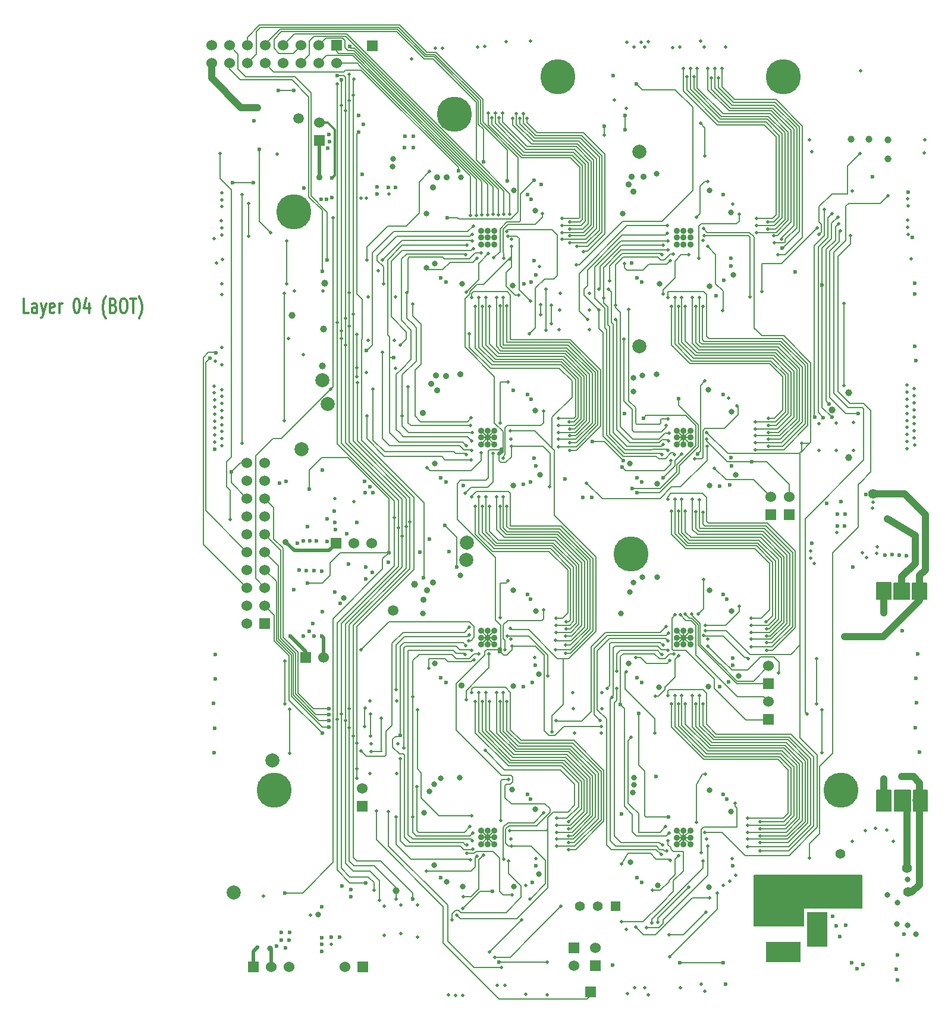
<source format=gbl>
G04 (created by PCBNEW-RS274X (2012-01-19 BZR 3256)-stable) date Tue 25 Sep 2012 18:45:10 BST*
G01*
G70*
G90*
%MOIN*%
G04 Gerber Fmt 3.4, Leading zero omitted, Abs format*
%FSLAX34Y34*%
G04 APERTURE LIST*
%ADD10C,0.009800*%
%ADD11C,0.012000*%
%ADD12R,0.055000X0.055000*%
%ADD13C,0.055000*%
%ADD14R,0.063000X0.063000*%
%ADD15R,0.060000X0.060000*%
%ADD16C,0.060000*%
%ADD17R,0.196900X0.118100*%
%ADD18R,0.118100X0.196900*%
%ADD19C,0.059100*%
%ADD20C,0.078700*%
%ADD21C,0.039400*%
%ADD22C,0.196900*%
%ADD23C,0.035400*%
%ADD24C,0.019700*%
%ADD25C,0.031500*%
%ADD26C,0.055100*%
%ADD27C,0.023600*%
%ADD28C,0.039400*%
%ADD29C,0.019700*%
%ADD30C,0.005900*%
%ADD31C,0.011800*%
%ADD32C,0.002000*%
G04 APERTURE END LIST*
G54D10*
G54D11*
X05703Y-26220D02*
X05417Y-26220D01*
X05417Y-25420D01*
X06160Y-26220D02*
X06160Y-25801D01*
X06131Y-25725D01*
X06074Y-25686D01*
X05960Y-25686D01*
X05903Y-25725D01*
X06160Y-26182D02*
X06103Y-26220D01*
X05960Y-26220D01*
X05903Y-26182D01*
X05874Y-26106D01*
X05874Y-26029D01*
X05903Y-25953D01*
X05960Y-25915D01*
X06103Y-25915D01*
X06160Y-25877D01*
X06389Y-25686D02*
X06532Y-26220D01*
X06674Y-25686D02*
X06532Y-26220D01*
X06474Y-26410D01*
X06446Y-26448D01*
X06389Y-26486D01*
X07131Y-26182D02*
X07074Y-26220D01*
X06960Y-26220D01*
X06903Y-26182D01*
X06874Y-26106D01*
X06874Y-25801D01*
X06903Y-25725D01*
X06960Y-25686D01*
X07074Y-25686D01*
X07131Y-25725D01*
X07160Y-25801D01*
X07160Y-25877D01*
X06874Y-25953D01*
X07417Y-26220D02*
X07417Y-25686D01*
X07417Y-25839D02*
X07445Y-25763D01*
X07474Y-25725D01*
X07531Y-25686D01*
X07588Y-25686D01*
X08359Y-25420D02*
X08416Y-25420D01*
X08473Y-25458D01*
X08502Y-25496D01*
X08531Y-25572D01*
X08559Y-25725D01*
X08559Y-25915D01*
X08531Y-26067D01*
X08502Y-26144D01*
X08473Y-26182D01*
X08416Y-26220D01*
X08359Y-26220D01*
X08302Y-26182D01*
X08273Y-26144D01*
X08245Y-26067D01*
X08216Y-25915D01*
X08216Y-25725D01*
X08245Y-25572D01*
X08273Y-25496D01*
X08302Y-25458D01*
X08359Y-25420D01*
X09073Y-25686D02*
X09073Y-26220D01*
X08930Y-25382D02*
X08787Y-25953D01*
X09159Y-25953D01*
X10015Y-26525D02*
X09987Y-26486D01*
X09930Y-26372D01*
X09901Y-26296D01*
X09872Y-26182D01*
X09844Y-25991D01*
X09844Y-25839D01*
X09872Y-25648D01*
X09901Y-25534D01*
X09930Y-25458D01*
X09987Y-25344D01*
X10015Y-25306D01*
X10444Y-25801D02*
X10530Y-25839D01*
X10558Y-25877D01*
X10587Y-25953D01*
X10587Y-26067D01*
X10558Y-26144D01*
X10530Y-26182D01*
X10472Y-26220D01*
X10244Y-26220D01*
X10244Y-25420D01*
X10444Y-25420D01*
X10501Y-25458D01*
X10530Y-25496D01*
X10558Y-25572D01*
X10558Y-25648D01*
X10530Y-25725D01*
X10501Y-25763D01*
X10444Y-25801D01*
X10244Y-25801D01*
X10958Y-25420D02*
X11072Y-25420D01*
X11130Y-25458D01*
X11187Y-25534D01*
X11215Y-25686D01*
X11215Y-25953D01*
X11187Y-26106D01*
X11130Y-26182D01*
X11072Y-26220D01*
X10958Y-26220D01*
X10901Y-26182D01*
X10844Y-26106D01*
X10815Y-25953D01*
X10815Y-25686D01*
X10844Y-25534D01*
X10901Y-25458D01*
X10958Y-25420D01*
X11387Y-25420D02*
X11730Y-25420D01*
X11559Y-26220D02*
X11559Y-25420D01*
X11873Y-26525D02*
X11901Y-26486D01*
X11958Y-26372D01*
X11987Y-26296D01*
X12016Y-26182D01*
X12044Y-25991D01*
X12044Y-25839D01*
X12016Y-25648D01*
X11987Y-25534D01*
X11958Y-25458D01*
X11901Y-25344D01*
X11873Y-25306D01*
G54D12*
X38598Y-59459D03*
G54D13*
X37598Y-59459D03*
X36598Y-59459D03*
G54D14*
X24951Y-11250D03*
G54D15*
X22939Y-11242D03*
G54D16*
X22939Y-12242D03*
X21939Y-11242D03*
X21939Y-12242D03*
X20939Y-11242D03*
X20939Y-12242D03*
X19939Y-11242D03*
X19939Y-12242D03*
X18939Y-11242D03*
X18939Y-12242D03*
X17939Y-11242D03*
X17939Y-12242D03*
X16939Y-11242D03*
X16939Y-12242D03*
X15939Y-12242D03*
X15939Y-11242D03*
G54D17*
X47982Y-62041D03*
X47982Y-59581D03*
G54D18*
X49872Y-60762D03*
G54D19*
X20827Y-15315D03*
X26122Y-42894D03*
G54D20*
X30236Y-40069D03*
G54D21*
X22303Y-24567D03*
G54D15*
X18935Y-43630D03*
G54D16*
X17935Y-43630D03*
X18935Y-42630D03*
X17935Y-42630D03*
X18935Y-41630D03*
X17935Y-41630D03*
X18935Y-40630D03*
X17935Y-40630D03*
X18935Y-39630D03*
X17935Y-39630D03*
X18935Y-38630D03*
X17935Y-38630D03*
X18935Y-37630D03*
X17935Y-37630D03*
X18935Y-36630D03*
X17935Y-36630D03*
X18935Y-35630D03*
X17935Y-35630D03*
X18935Y-34630D03*
X17935Y-34630D03*
G54D21*
X26289Y-58593D03*
X27323Y-41427D03*
X53868Y-16516D03*
X53868Y-17579D03*
X52795Y-16496D03*
X51791Y-16496D03*
X22224Y-27136D03*
X51663Y-34311D03*
X51663Y-30679D03*
X50709Y-31673D03*
X22146Y-29203D03*
G54D22*
X19469Y-52953D03*
X51220Y-52953D03*
X39469Y-39715D03*
X20543Y-20567D03*
X47972Y-12992D03*
G54D21*
X20443Y-26348D03*
G54D22*
X35345Y-12992D03*
G54D15*
X48337Y-37528D03*
G54D16*
X48337Y-36528D03*
G54D15*
X18291Y-62854D03*
G54D16*
X19291Y-62854D03*
X20291Y-62854D03*
G54D15*
X22917Y-39134D03*
G54D16*
X23917Y-39134D03*
X24917Y-39134D03*
G54D15*
X21222Y-45522D03*
G54D16*
X22222Y-45522D03*
G54D15*
X21998Y-16563D03*
G54D16*
X21998Y-15563D03*
G54D15*
X47165Y-47008D03*
G54D16*
X47165Y-46008D03*
G54D15*
X47169Y-49008D03*
G54D16*
X47169Y-48008D03*
G54D20*
X30246Y-39104D03*
X22156Y-29990D03*
X22470Y-31329D03*
X39931Y-17205D03*
X39911Y-28110D03*
X20974Y-33858D03*
X17200Y-58700D03*
X19350Y-51289D03*
X54630Y-41854D03*
X55630Y-41850D03*
X53622Y-41850D03*
X53622Y-53543D03*
X54634Y-53543D03*
X55630Y-53543D03*
G54D22*
X29547Y-15089D03*
G54D15*
X36252Y-61783D03*
G54D16*
X36252Y-62783D03*
G54D15*
X24437Y-62874D03*
G54D16*
X23437Y-62874D03*
G54D15*
X37449Y-62783D03*
G54D16*
X37449Y-61783D03*
G54D15*
X24380Y-53846D03*
G54D16*
X24380Y-52846D03*
G54D15*
X37197Y-64244D03*
X47274Y-37528D03*
G54D16*
X47274Y-36528D03*
G54D23*
X51083Y-58720D03*
X51713Y-58110D03*
X51083Y-58110D03*
X51713Y-58740D03*
G54D24*
X37125Y-25137D03*
G54D25*
X39390Y-34645D03*
G54D26*
X53031Y-36374D03*
G54D27*
X18287Y-18937D03*
G54D24*
X37835Y-48406D03*
X49508Y-39547D03*
G54D27*
X24173Y-15177D03*
G54D25*
X45059Y-20592D03*
G54D27*
X17126Y-18937D03*
G54D25*
X28465Y-23445D03*
G54D24*
X51929Y-32362D03*
G54D25*
X34291Y-46476D03*
G54D24*
X25611Y-61103D03*
G54D25*
X34350Y-35295D03*
G54D24*
X26240Y-29311D03*
G54D25*
X38898Y-43071D03*
G54D27*
X48661Y-23937D03*
G54D25*
X45472Y-46574D03*
G54D24*
X37776Y-49744D03*
G54D23*
X27795Y-31831D03*
G54D27*
X36752Y-36575D03*
G54D25*
X45177Y-24096D03*
G54D24*
X45315Y-57717D03*
G54D27*
X18150Y-14724D03*
X34134Y-24096D03*
G54D24*
X37815Y-47500D03*
X26556Y-61004D03*
X37106Y-26062D03*
X49724Y-40276D03*
X53031Y-36839D03*
G54D25*
X45315Y-35295D03*
G54D24*
X21093Y-28573D03*
G54D25*
X45079Y-31771D03*
X39429Y-57008D03*
X39311Y-45846D03*
G54D27*
X18307Y-15472D03*
G54D24*
X26378Y-50354D03*
G54D27*
X39488Y-23425D03*
G54D24*
X26319Y-52028D03*
G54D27*
X25866Y-40197D03*
G54D24*
X25295Y-23858D03*
X49528Y-39961D03*
X52996Y-37177D03*
G54D25*
X38996Y-20650D03*
G54D24*
X50965Y-32402D03*
G54D25*
X45098Y-42913D03*
G54D27*
X39094Y-31870D03*
X28169Y-38878D03*
G54D24*
X52323Y-12657D03*
G54D27*
X52972Y-18583D03*
G54D25*
X34134Y-42913D03*
X34075Y-31692D03*
G54D27*
X38917Y-54291D03*
G54D25*
X28465Y-34665D03*
G54D27*
X38425Y-62776D03*
G54D24*
X26319Y-47972D03*
G54D27*
X35748Y-35541D03*
G54D25*
X27972Y-20669D03*
G54D27*
X18524Y-14715D03*
G54D25*
X28465Y-45866D03*
X27795Y-43051D03*
G54D24*
X26260Y-25335D03*
G54D25*
X27854Y-54213D03*
G54D24*
X37106Y-27145D03*
G54D25*
X34094Y-54035D03*
G54D24*
X22195Y-25010D03*
G54D25*
X34094Y-20493D03*
G54D24*
X26181Y-27776D03*
X49980Y-32421D03*
G54D23*
X51437Y-44370D03*
G54D24*
X27481Y-61182D03*
G54D25*
X34291Y-57677D03*
X45039Y-54153D03*
X28425Y-57165D03*
G54D27*
X52614Y-36409D03*
X38464Y-12933D03*
X49587Y-39114D03*
X21407Y-36083D03*
X25886Y-39646D03*
X24173Y-16102D03*
X27835Y-41063D03*
X21319Y-41358D03*
X20059Y-58711D03*
G54D25*
X21919Y-59941D03*
G54D27*
X22854Y-41870D03*
X52440Y-62716D03*
G54D25*
X23366Y-42195D03*
X26122Y-17608D03*
G54D27*
X51810Y-62618D03*
X52125Y-62972D03*
X51417Y-38169D03*
G54D24*
X22854Y-36634D03*
X53248Y-39311D03*
G54D27*
X51024Y-38169D03*
G54D23*
X54626Y-52205D03*
G54D25*
X54390Y-59252D03*
X54941Y-57972D03*
G54D24*
X52657Y-39941D03*
G54D27*
X23169Y-42480D03*
X22126Y-59488D03*
G54D24*
X53209Y-39685D03*
G54D25*
X26102Y-18031D03*
G54D24*
X52421Y-39665D03*
G54D27*
X54656Y-44035D03*
G54D24*
X23907Y-36801D03*
X21496Y-59961D03*
G54D27*
X22835Y-37343D03*
G54D24*
X50984Y-38543D03*
G54D25*
X53819Y-58819D03*
G54D26*
X54996Y-58677D03*
G54D24*
X53835Y-37756D03*
X25846Y-54154D03*
X32185Y-62902D03*
X25177Y-54134D03*
X24094Y-29291D03*
X24094Y-27421D03*
X24094Y-29803D03*
X24094Y-50315D03*
X24114Y-30118D03*
X24094Y-52283D03*
X24094Y-51772D03*
G54D27*
X22520Y-48711D03*
G54D24*
X22992Y-26772D03*
X22972Y-13386D03*
X26201Y-37697D03*
X22992Y-49006D03*
G54D27*
X24587Y-58150D03*
G54D24*
X50276Y-20433D03*
G54D27*
X49744Y-32047D03*
G54D25*
X32874Y-19351D03*
G54D27*
X22372Y-19852D03*
G54D25*
X29921Y-18642D03*
X30000Y-24607D03*
X43839Y-19351D03*
X43839Y-24725D03*
G54D27*
X22687Y-19744D03*
X26752Y-16969D03*
G54D24*
X34311Y-23642D03*
G54D27*
X22077Y-19852D03*
X26772Y-16339D03*
G54D25*
X32835Y-24686D03*
G54D27*
X27264Y-16339D03*
G54D25*
X40886Y-18425D03*
G54D27*
X22687Y-18661D03*
G54D25*
X41043Y-24607D03*
G54D24*
X24311Y-19803D03*
X24626Y-19803D03*
G54D27*
X45039Y-23584D03*
X27264Y-16969D03*
G54D24*
X31909Y-36516D03*
X35787Y-44311D03*
X35256Y-44114D03*
X31516Y-37067D03*
X35236Y-44567D03*
X32106Y-37067D03*
X35807Y-43917D03*
X31319Y-36535D03*
X32303Y-36516D03*
X35787Y-44843D03*
X31122Y-37067D03*
X35256Y-43720D03*
X32500Y-37067D03*
X35217Y-45079D03*
X30925Y-36535D03*
X35827Y-43524D03*
X35787Y-45295D03*
X30512Y-36535D03*
X30728Y-37067D03*
X35256Y-43327D03*
X30610Y-21358D03*
G54D27*
X24626Y-28327D03*
G54D24*
X26969Y-30354D03*
X30453Y-32539D03*
X32677Y-32815D03*
X32638Y-55217D03*
X32490Y-21644D03*
X29701Y-59969D03*
X30394Y-27402D03*
X35020Y-49685D03*
X31280Y-50728D03*
X32677Y-43898D03*
X33740Y-27402D03*
G54D25*
X27972Y-23681D03*
G54D24*
X30807Y-23169D03*
X30217Y-25060D03*
X31457Y-22894D03*
G54D27*
X34012Y-18799D03*
G54D24*
X31756Y-23134D03*
X32323Y-23150D03*
X34488Y-20651D03*
G54D27*
X22146Y-23888D03*
X22431Y-23268D03*
X32516Y-18839D03*
X31171Y-17766D03*
X29783Y-18258D03*
X29154Y-20886D03*
G54D24*
X30449Y-20756D03*
X30787Y-20748D03*
X32037Y-20719D03*
X31732Y-20709D03*
G54D27*
X23701Y-11309D03*
G54D24*
X31098Y-20740D03*
X31409Y-20732D03*
X32648Y-20709D03*
X32333Y-20709D03*
X30551Y-32913D03*
X30551Y-21811D03*
X31063Y-22874D03*
X26634Y-32008D03*
X30472Y-34469D03*
X26890Y-25079D03*
X25571Y-24587D03*
X24646Y-32008D03*
G54D27*
X26142Y-28740D03*
G54D24*
X30256Y-22421D03*
X30236Y-33661D03*
X28012Y-34882D03*
X31043Y-34055D03*
X30138Y-36339D03*
X31732Y-34094D03*
X32539Y-30078D03*
X32126Y-32382D03*
X34547Y-31732D03*
X32283Y-34370D03*
X33819Y-25551D03*
X32569Y-21911D03*
X30492Y-32106D03*
X27205Y-25728D03*
X30531Y-33936D03*
X25512Y-28425D03*
X30610Y-22618D03*
X26535Y-28031D03*
X35374Y-32913D03*
X31516Y-25846D03*
X36004Y-33110D03*
X31909Y-25354D03*
X31319Y-25354D03*
X36004Y-32717D03*
X32106Y-25827D03*
X35374Y-33307D03*
X35374Y-32520D03*
X31122Y-25846D03*
X32303Y-25354D03*
X36024Y-33504D03*
X35984Y-32323D03*
X30925Y-25354D03*
X35374Y-33720D03*
X32500Y-25827D03*
X35374Y-32126D03*
X30728Y-25846D03*
X36024Y-33937D03*
X30531Y-25354D03*
G54D23*
X21998Y-18642D03*
G54D24*
X18012Y-20098D03*
X25000Y-30492D03*
X30236Y-34173D03*
X22756Y-20886D03*
X18012Y-21929D03*
X22618Y-30492D03*
X30177Y-22954D03*
X30531Y-33405D03*
X30551Y-22185D03*
X24646Y-23268D03*
X25512Y-23268D03*
X28169Y-18307D03*
X23445Y-26535D03*
X23445Y-14882D03*
X25453Y-48937D03*
G54D27*
X22520Y-49429D03*
G54D24*
X24882Y-50787D03*
G54D27*
X22972Y-12933D03*
G54D24*
X23445Y-28031D03*
X23445Y-49055D03*
X25354Y-59114D03*
X26634Y-38740D03*
X35571Y-21713D03*
X32240Y-15039D03*
X32043Y-15299D03*
X36024Y-21516D03*
X31846Y-15039D03*
X35571Y-21319D03*
X36024Y-21122D03*
X31654Y-15299D03*
X31453Y-15039D03*
X35571Y-20925D03*
G54D27*
X20768Y-39114D03*
X32854Y-30571D03*
X21307Y-38193D03*
G54D25*
X40925Y-35806D03*
G54D27*
X21447Y-38996D03*
G54D25*
X43839Y-35885D03*
G54D27*
X21083Y-38996D03*
G54D23*
X29902Y-29646D03*
G54D27*
X24980Y-36299D03*
X24528Y-35669D03*
G54D25*
X32854Y-35885D03*
X43799Y-30531D03*
G54D27*
X24567Y-36299D03*
X24823Y-35945D03*
X34114Y-34802D03*
X30039Y-35906D03*
X21811Y-38996D03*
X45079Y-34802D03*
G54D25*
X40886Y-29646D03*
G54D27*
X39026Y-34508D03*
X37283Y-33425D03*
G54D24*
X51398Y-25689D03*
X51378Y-30295D03*
X47047Y-44311D03*
X42894Y-36673D03*
X46201Y-44114D03*
X42500Y-37343D03*
X46199Y-44510D03*
X43091Y-37362D03*
X42303Y-36673D03*
X47044Y-43920D03*
X47047Y-44705D03*
X43287Y-36693D03*
X42106Y-37323D03*
X46201Y-43720D03*
X43484Y-37382D03*
X46201Y-44921D03*
X41909Y-36673D03*
X47028Y-43524D03*
X47047Y-45138D03*
X41516Y-36673D03*
X41713Y-37323D03*
X46201Y-43327D03*
X37028Y-26594D03*
X41496Y-21340D03*
X41417Y-32519D03*
X39055Y-27697D03*
X39075Y-23466D03*
X41654Y-23288D03*
X41240Y-25159D03*
X42677Y-22972D03*
X43110Y-20867D03*
X43760Y-18859D03*
X45512Y-20690D03*
X43268Y-23150D03*
X43563Y-21909D03*
X46122Y-25335D03*
X39331Y-26043D03*
X41535Y-32165D03*
X37657Y-26063D03*
X41496Y-21752D03*
X41831Y-22933D03*
X38583Y-25807D03*
X41890Y-34154D03*
X41575Y-32952D03*
G54D27*
X40138Y-32116D03*
X39537Y-36063D03*
X42126Y-31014D03*
X39803Y-36299D03*
X38957Y-34862D03*
G54D24*
X41673Y-34487D03*
G54D27*
X41250Y-35453D03*
G54D24*
X42283Y-34134D03*
X43602Y-30039D03*
G54D27*
X43181Y-34118D03*
G54D24*
X45394Y-31417D03*
X43012Y-34409D03*
X44134Y-34911D03*
X41240Y-22421D03*
X37657Y-24882D03*
X41240Y-33602D03*
X38189Y-24902D03*
X37913Y-25394D03*
X41535Y-33917D03*
X41535Y-22697D03*
X42500Y-25846D03*
X47165Y-32913D03*
X46417Y-33110D03*
X42894Y-25354D03*
X46417Y-32717D03*
X42303Y-25354D03*
X47165Y-33307D03*
X43091Y-25846D03*
X47165Y-32520D03*
X42106Y-25846D03*
X46417Y-33504D03*
X43287Y-25354D03*
X46417Y-32323D03*
X41909Y-25354D03*
X43484Y-25846D03*
X47165Y-33701D03*
X47165Y-32126D03*
X41713Y-25846D03*
X46417Y-33898D03*
X41516Y-25354D03*
G54D23*
X20098Y-39055D03*
G54D24*
X41201Y-34153D03*
X41535Y-22186D03*
X41201Y-22953D03*
G54D27*
X39763Y-13386D03*
G54D24*
X38248Y-24429D03*
X36378Y-23524D03*
X38602Y-26594D03*
X41555Y-33385D03*
X46772Y-25020D03*
X49882Y-21457D03*
X43583Y-17421D03*
X43346Y-15610D03*
X46476Y-21713D03*
X43169Y-12520D03*
X42972Y-12992D03*
X47126Y-21516D03*
X42776Y-12520D03*
X46476Y-21319D03*
X42579Y-12992D03*
X47126Y-21122D03*
X42382Y-12520D03*
X46476Y-20925D03*
G54D27*
X23760Y-58937D03*
G54D25*
X19213Y-61811D03*
X29843Y-52244D03*
G54D27*
X23760Y-58524D03*
G54D25*
X43839Y-52972D03*
G54D27*
X19858Y-61358D03*
X19850Y-60921D03*
G54D25*
X32874Y-58346D03*
X30020Y-58366D03*
X32795Y-52933D03*
G54D27*
X40846Y-52205D03*
X20295Y-61362D03*
X20315Y-60925D03*
X34114Y-57185D03*
X19598Y-61681D03*
X45138Y-57185D03*
G54D25*
X43819Y-58386D03*
X40945Y-58307D03*
G54D27*
X20100Y-61800D03*
X23268Y-58327D03*
G54D24*
X50157Y-48445D03*
X50157Y-50846D03*
G54D27*
X42185Y-62638D03*
X44606Y-62638D03*
G54D24*
X41437Y-43779D03*
X35256Y-49075D03*
X41398Y-55000D03*
X39449Y-50000D03*
X43622Y-44035D03*
X49006Y-33543D03*
X43593Y-55315D03*
X43504Y-21496D03*
X43681Y-32913D03*
X41634Y-45689D03*
X39705Y-45531D03*
X40827Y-47697D03*
X42106Y-45437D03*
X43228Y-43087D03*
X43524Y-41161D03*
X45512Y-42677D03*
X43632Y-43730D03*
X43524Y-44291D03*
G54D27*
X41555Y-54449D03*
G54D24*
X46033Y-45581D03*
G54D27*
X39902Y-48661D03*
G54D24*
X41870Y-45335D03*
X41575Y-55374D03*
G54D27*
X38858Y-48150D03*
G54D24*
X37736Y-49075D03*
X41555Y-44154D03*
X38386Y-47756D03*
X41516Y-45118D03*
X41457Y-56358D03*
X38937Y-57106D03*
X41654Y-56890D03*
X40665Y-58571D03*
X42106Y-56634D03*
X43622Y-52067D03*
X43110Y-54744D03*
X43386Y-56457D03*
X45276Y-53701D03*
X38110Y-47244D03*
X41220Y-56043D03*
X41240Y-44842D03*
X38661Y-47244D03*
X45984Y-55315D03*
X42500Y-48130D03*
X42894Y-47657D03*
X46673Y-55512D03*
X46673Y-55118D03*
X42303Y-47657D03*
X43091Y-48130D03*
X45984Y-55709D03*
X42106Y-48130D03*
X45984Y-54921D03*
X46673Y-55906D03*
X43287Y-47657D03*
X41909Y-47657D03*
X46673Y-54724D03*
X43484Y-48130D03*
X45984Y-56122D03*
X45984Y-54528D03*
X41713Y-48130D03*
X41516Y-47657D03*
X46673Y-56358D03*
X24528Y-49409D03*
X34390Y-25768D03*
X23878Y-49921D03*
X23878Y-26280D03*
X23878Y-14035D03*
X34390Y-26319D03*
G54D27*
X27224Y-59075D03*
G54D24*
X24547Y-48346D03*
X23917Y-13130D03*
G54D27*
X22156Y-49774D03*
G54D24*
X27067Y-37913D03*
G54D27*
X18524Y-61752D03*
G54D24*
X23228Y-27224D03*
G54D27*
X22530Y-49055D03*
G54D24*
X34685Y-24882D03*
X34685Y-27185D03*
X24862Y-48701D03*
X23228Y-14587D03*
X24862Y-49941D03*
G54D27*
X23228Y-13159D03*
G54D24*
X23228Y-27657D03*
X25039Y-58563D03*
X26417Y-38248D03*
X23228Y-48701D03*
X41516Y-44587D03*
X41142Y-56575D03*
X53839Y-19646D03*
X41181Y-45374D03*
X39173Y-46319D03*
X38661Y-46280D03*
X40787Y-49744D03*
X49311Y-48681D03*
X41535Y-55787D03*
X38937Y-60335D03*
X49843Y-45610D03*
X49843Y-48130D03*
G54D27*
X21102Y-44311D03*
X45157Y-45944D03*
X24587Y-41142D03*
X24941Y-40748D03*
X21683Y-44311D03*
X21634Y-43622D03*
G54D25*
X43780Y-47145D03*
X32854Y-41752D03*
G54D27*
X22126Y-44331D03*
G54D25*
X29902Y-40925D03*
X41004Y-47205D03*
X32854Y-47126D03*
G54D27*
X24587Y-40453D03*
G54D23*
X29961Y-47106D03*
G54D25*
X43839Y-41752D03*
G54D27*
X34075Y-45964D03*
G54D25*
X40906Y-41024D03*
G54D27*
X21427Y-44045D03*
X32067Y-62598D03*
G54D24*
X34752Y-62602D03*
X30394Y-43838D03*
X24311Y-50748D03*
X30433Y-55000D03*
X27461Y-52776D03*
X30669Y-45669D03*
X28130Y-46142D03*
X30217Y-47894D03*
X31496Y-45315D03*
X32559Y-41240D03*
X32126Y-43287D03*
X34567Y-42854D03*
X32402Y-45078D03*
X30256Y-56023D03*
X30197Y-44862D03*
G54D27*
X26516Y-49882D03*
G54D24*
X30807Y-56673D03*
X27992Y-57500D03*
X30039Y-58917D03*
X31201Y-56594D03*
X32598Y-52362D03*
X32165Y-54646D03*
X32307Y-56835D03*
X34567Y-54232D03*
X30512Y-54409D03*
X32520Y-44311D03*
X34803Y-46575D03*
X27480Y-48465D03*
X30453Y-56870D03*
X27224Y-47717D03*
X26280Y-47323D03*
X27224Y-54449D03*
X30571Y-55354D03*
X30906Y-45335D03*
X26280Y-54449D03*
X30394Y-44252D03*
X30571Y-56260D03*
X30531Y-45137D03*
X26535Y-51181D03*
X26732Y-50610D03*
X35276Y-55315D03*
X31516Y-47992D03*
X35945Y-55512D03*
X31909Y-47500D03*
X31319Y-47500D03*
X35945Y-55118D03*
X35276Y-55709D03*
X32106Y-47992D03*
X35276Y-54921D03*
X31122Y-47992D03*
X32303Y-47500D03*
X35945Y-55906D03*
X30925Y-47500D03*
X35945Y-54724D03*
X35276Y-56102D03*
X32500Y-47992D03*
X35276Y-54528D03*
X30728Y-47992D03*
X35945Y-56299D03*
X30531Y-47500D03*
G54D27*
X20354Y-44331D03*
G54D24*
X32795Y-58819D03*
X30256Y-56496D03*
X30551Y-55787D03*
X30157Y-45374D03*
X24321Y-45098D03*
X16978Y-37795D03*
X16407Y-17283D03*
X30364Y-44587D03*
X51043Y-20846D03*
G54D27*
X50157Y-24665D03*
X50709Y-32067D03*
G54D26*
X54937Y-57315D03*
G54D24*
X38523Y-14291D03*
G54D27*
X39114Y-15157D03*
X39114Y-15965D03*
G54D24*
X43858Y-58996D03*
X39705Y-60630D03*
X50000Y-21811D03*
X51752Y-21909D03*
X49449Y-56752D03*
X52303Y-17283D03*
X37953Y-16260D03*
G54D27*
X18622Y-17047D03*
G54D24*
X19252Y-21732D03*
G54D27*
X37953Y-15768D03*
X50551Y-31319D03*
G54D24*
X51083Y-21220D03*
X17657Y-19587D03*
X17657Y-33514D03*
X51181Y-21614D03*
G54D27*
X52185Y-31870D03*
X50236Y-32087D03*
G54D24*
X50709Y-20650D03*
G54D27*
X15866Y-28750D03*
X16181Y-28445D03*
G54D24*
X35512Y-59469D03*
X31815Y-62311D03*
G54D27*
X31683Y-58642D03*
G54D24*
X30024Y-59606D03*
X33319Y-60232D03*
X31524Y-62024D03*
X32591Y-56929D03*
X29429Y-60240D03*
X44287Y-58736D03*
X41614Y-62295D03*
X42701Y-58406D03*
X40965Y-60354D03*
X43642Y-59799D03*
X41587Y-61055D03*
X40630Y-60402D03*
X43484Y-56933D03*
G54D23*
X31790Y-44037D03*
G54D27*
X24390Y-18465D03*
X33917Y-58120D03*
X44931Y-46900D03*
G54D24*
X32726Y-33307D03*
G54D27*
X33415Y-35837D03*
X33819Y-35679D03*
X44419Y-35915D03*
G54D24*
X55335Y-32441D03*
X39627Y-11339D03*
X31260Y-11303D03*
G54D27*
X44409Y-47156D03*
X33415Y-47156D03*
X33907Y-46919D03*
G54D24*
X44745Y-11339D03*
X33563Y-64390D03*
X34744Y-64429D03*
X44980Y-58071D03*
G54D23*
X31417Y-21635D03*
G54D27*
X51890Y-40453D03*
G54D23*
X39331Y-19016D03*
G54D27*
X21693Y-40650D03*
X39782Y-46656D03*
G54D24*
X42205Y-64016D03*
X25876Y-19547D03*
G54D27*
X44624Y-41991D03*
X23504Y-38602D03*
G54D23*
X31790Y-55236D03*
G54D27*
X16161Y-45354D03*
X29073Y-46911D03*
X44625Y-30788D03*
G54D24*
X55335Y-32047D03*
G54D23*
X31042Y-44411D03*
X28012Y-41752D03*
G54D27*
X40058Y-35709D03*
X29252Y-39606D03*
X33641Y-30785D03*
G54D24*
X16122Y-32284D03*
X40415Y-11024D03*
G54D25*
X28406Y-52618D03*
G54D24*
X16535Y-33661D03*
G54D23*
X27815Y-42303D03*
G54D27*
X45058Y-34330D03*
G54D24*
X24823Y-52028D03*
G54D23*
X31417Y-22383D03*
G54D24*
X55335Y-31654D03*
G54D27*
X54743Y-61043D03*
G54D23*
X42027Y-22007D03*
X42775Y-33583D03*
G54D25*
X28780Y-52303D03*
G54D27*
X55512Y-45315D03*
G54D24*
X44921Y-31003D03*
G54D23*
X42027Y-22381D03*
G54D27*
X45138Y-45551D03*
X33837Y-53464D03*
X34035Y-23307D03*
G54D23*
X53622Y-43012D03*
G54D24*
X49469Y-16516D03*
X54921Y-33031D03*
X32717Y-55709D03*
X54921Y-31850D03*
X54921Y-30276D03*
X43583Y-64213D03*
G54D27*
X33640Y-53189D03*
G54D23*
X28524Y-29724D03*
G54D27*
X25866Y-19193D03*
G54D24*
X55157Y-23189D03*
X16535Y-29134D03*
G54D23*
X42775Y-33209D03*
G54D27*
X28798Y-46655D03*
G54D24*
X32386Y-63878D03*
G54D27*
X37254Y-36575D03*
G54D24*
X35452Y-26062D03*
X31969Y-63898D03*
X40236Y-64016D03*
G54D23*
X28366Y-19193D03*
G54D27*
X23130Y-61201D03*
G54D24*
X40433Y-64429D03*
G54D27*
X54390Y-63583D03*
G54D23*
X29094Y-29764D03*
G54D24*
X16535Y-32087D03*
G54D23*
X31791Y-33206D03*
X42401Y-21633D03*
G54D27*
X54390Y-62205D03*
G54D24*
X51929Y-33937D03*
G54D27*
X28799Y-24253D03*
X17047Y-35138D03*
X55236Y-22008D03*
G54D25*
X39587Y-29862D03*
G54D24*
X36201Y-47500D03*
X32441Y-11043D03*
X43484Y-22156D03*
X54921Y-33819D03*
G54D27*
X55354Y-28110D03*
G54D24*
X43367Y-11005D03*
X54921Y-30669D03*
G54D27*
X55413Y-28898D03*
G54D25*
X39626Y-52677D03*
G54D27*
X45039Y-23169D03*
G54D24*
X16535Y-33268D03*
X16122Y-33071D03*
X16122Y-31496D03*
X16535Y-19882D03*
X16535Y-32874D03*
X16122Y-32677D03*
G54D27*
X22106Y-62008D03*
X55354Y-24567D03*
G54D24*
X44626Y-58287D03*
G54D23*
X31042Y-55236D03*
G54D24*
X43386Y-63819D03*
X54961Y-21417D03*
G54D27*
X51496Y-60531D03*
X22638Y-61201D03*
G54D24*
X24823Y-47972D03*
G54D27*
X22450Y-17000D03*
X16122Y-33858D03*
G54D23*
X31791Y-33580D03*
G54D24*
X36220Y-48406D03*
G54D27*
X22106Y-61594D03*
X16161Y-46732D03*
G54D24*
X16102Y-30315D03*
X51870Y-19390D03*
G54D23*
X31417Y-44411D03*
G54D24*
X55335Y-32835D03*
X39234Y-11044D03*
G54D23*
X42401Y-33583D03*
X42774Y-55611D03*
G54D24*
X55886Y-17244D03*
G54D23*
X42400Y-44038D03*
X39587Y-19429D03*
G54D27*
X22854Y-37953D03*
X33838Y-19863D03*
G54D23*
X42775Y-21633D03*
G54D27*
X22126Y-40689D03*
X33838Y-31060D03*
X53681Y-39784D03*
G54D24*
X32726Y-44508D03*
X54154Y-55827D03*
X26556Y-59410D03*
X52579Y-55217D03*
G54D27*
X55610Y-50827D03*
G54D23*
X42774Y-44786D03*
G54D27*
X22165Y-42972D03*
G54D24*
X39173Y-14744D03*
G54D26*
X51177Y-56524D03*
G54D27*
X40057Y-58111D03*
X50433Y-36909D03*
X55453Y-48071D03*
G54D24*
X43740Y-44508D03*
G54D27*
X44625Y-19586D03*
G54D23*
X29134Y-18642D03*
G54D27*
X22146Y-35020D03*
G54D23*
X39488Y-18583D03*
G54D24*
X29626Y-64449D03*
G54D23*
X31042Y-44785D03*
G54D24*
X16535Y-32480D03*
G54D27*
X24449Y-15650D03*
G54D24*
X49587Y-17185D03*
G54D23*
X42402Y-33209D03*
X31791Y-22383D03*
X42027Y-33583D03*
X53622Y-52343D03*
X42775Y-22007D03*
X31416Y-44037D03*
G54D27*
X16102Y-50866D03*
G54D23*
X31043Y-32832D03*
X31043Y-33206D03*
G54D27*
X50768Y-60039D03*
G54D24*
X42186Y-11340D03*
X16517Y-21458D03*
X41795Y-11362D03*
G54D27*
X19743Y-35745D03*
G54D23*
X31790Y-44785D03*
G54D24*
X18858Y-58878D03*
G54D27*
X40058Y-24507D03*
G54D24*
X16122Y-31890D03*
X53150Y-55079D03*
G54D27*
X24094Y-37953D03*
G54D24*
X54921Y-31457D03*
X54961Y-21024D03*
X28502Y-11397D03*
G54D27*
X22509Y-16213D03*
G54D25*
X28150Y-53031D03*
G54D24*
X51870Y-55827D03*
G54D27*
X39783Y-24251D03*
G54D25*
X40079Y-29724D03*
G54D27*
X20551Y-41733D03*
G54D25*
X54941Y-60512D03*
G54D23*
X42774Y-44038D03*
X42026Y-55611D03*
X42027Y-21633D03*
G54D24*
X16535Y-31299D03*
G54D27*
X22106Y-61220D03*
G54D24*
X16516Y-21850D03*
G54D27*
X22549Y-16626D03*
G54D24*
X35413Y-27145D03*
G54D23*
X31790Y-55984D03*
G54D24*
X39646Y-64016D03*
X35472Y-25137D03*
G54D27*
X50965Y-60551D03*
G54D23*
X42401Y-22381D03*
X42026Y-44038D03*
X31043Y-22009D03*
G54D27*
X55433Y-46693D03*
G54D23*
X40138Y-18583D03*
X42027Y-33209D03*
G54D27*
X54980Y-19449D03*
G54D23*
X31791Y-21635D03*
G54D24*
X16535Y-31693D03*
G54D27*
X27618Y-39626D03*
G54D23*
X31791Y-22009D03*
X31417Y-32832D03*
G54D24*
X16496Y-21063D03*
X54921Y-32638D03*
X16535Y-19488D03*
G54D27*
X44213Y-25257D03*
G54D23*
X28268Y-30197D03*
G54D24*
X16535Y-24606D03*
X28895Y-11397D03*
G54D23*
X31043Y-21635D03*
G54D24*
X16555Y-23228D03*
G54D27*
X51160Y-61161D03*
G54D24*
X16102Y-30709D03*
G54D27*
X16063Y-48110D03*
G54D24*
X30866Y-11319D03*
G54D27*
X54881Y-39843D03*
X25226Y-19567D03*
X44821Y-42266D03*
G54D23*
X28346Y-41339D03*
G54D27*
X44665Y-24410D03*
X28799Y-35450D03*
G54D23*
X42026Y-55237D03*
G54D24*
X54921Y-33425D03*
X39252Y-64370D03*
X53799Y-55197D03*
G54D23*
X42774Y-55985D03*
G54D27*
X33858Y-24508D03*
X33445Y-24606D03*
G54D24*
X34114Y-56791D03*
X33817Y-11003D03*
G54D27*
X25236Y-19173D03*
G54D24*
X55335Y-31260D03*
G54D23*
X31790Y-55610D03*
G54D24*
X30020Y-64449D03*
G54D27*
X34409Y-19026D03*
G54D23*
X42400Y-55985D03*
X28602Y-18642D03*
G54D27*
X22890Y-38346D03*
X55354Y-25157D03*
G54D23*
X31790Y-44411D03*
G54D27*
X39782Y-57855D03*
G54D23*
X31042Y-44037D03*
G54D27*
X22421Y-39012D03*
G54D24*
X24606Y-29547D03*
X54961Y-19843D03*
G54D27*
X54488Y-39804D03*
G54D25*
X40098Y-41043D03*
G54D24*
X55354Y-33622D03*
G54D23*
X42026Y-55985D03*
G54D27*
X26260Y-19193D03*
G54D23*
X31418Y-33206D03*
G54D24*
X55906Y-16516D03*
G54D23*
X42401Y-55611D03*
G54D24*
X54921Y-32244D03*
G54D23*
X31043Y-33580D03*
G54D24*
X16535Y-28150D03*
G54D23*
X42774Y-44412D03*
G54D27*
X51457Y-37480D03*
G54D24*
X16142Y-28937D03*
X50965Y-33917D03*
X54980Y-21811D03*
X32766Y-22106D03*
X16536Y-30513D03*
G54D27*
X21260Y-40650D03*
G54D24*
X16122Y-31102D03*
X24882Y-50354D03*
X33543Y-58287D03*
X24724Y-27776D03*
X34055Y-45531D03*
G54D27*
X45000Y-35865D03*
G54D24*
X22648Y-61604D03*
X27481Y-59390D03*
G54D27*
X33837Y-42265D03*
G54D23*
X28602Y-30551D03*
G54D27*
X39783Y-35453D03*
G54D23*
X42774Y-55237D03*
X31416Y-55984D03*
X42027Y-32835D03*
G54D24*
X16516Y-20276D03*
G54D27*
X34035Y-34350D03*
G54D25*
X39567Y-53110D03*
G54D23*
X42402Y-22007D03*
G54D24*
X43671Y-55709D03*
G54D27*
X44821Y-53465D03*
G54D25*
X39626Y-52244D03*
X54350Y-60472D03*
G54D23*
X31043Y-22383D03*
G54D24*
X19606Y-17343D03*
G54D23*
X31042Y-55984D03*
G54D25*
X29114Y-58110D03*
G54D23*
X42401Y-32835D03*
G54D25*
X55413Y-61024D03*
G54D24*
X36299Y-49744D03*
X16220Y-23425D03*
G54D27*
X22417Y-37768D03*
G54D23*
X31791Y-32832D03*
G54D24*
X40021Y-11044D03*
G54D27*
X20137Y-35666D03*
X16122Y-49488D03*
G54D23*
X42026Y-44412D03*
G54D27*
X29074Y-24509D03*
X33640Y-41990D03*
G54D25*
X39390Y-41850D03*
G54D24*
X16083Y-22047D03*
G54D27*
X51004Y-37480D03*
G54D25*
X39587Y-41319D03*
G54D24*
X25611Y-59449D03*
G54D23*
X31042Y-55610D03*
X42775Y-22381D03*
G54D24*
X55335Y-30472D03*
G54D27*
X55394Y-49449D03*
X40057Y-46912D03*
G54D24*
X16535Y-25197D03*
X45138Y-20118D03*
G54D23*
X42400Y-55237D03*
G54D27*
X44764Y-63819D03*
G54D24*
X27165Y-12008D03*
G54D27*
X54311Y-62992D03*
X51230Y-36801D03*
G54D23*
X42400Y-44786D03*
G54D27*
X28798Y-57854D03*
G54D24*
X54980Y-20236D03*
G54D23*
X42026Y-44786D03*
G54D27*
X23622Y-40296D03*
X54074Y-39765D03*
G54D24*
X40218Y-11339D03*
G54D27*
X20846Y-40630D03*
G54D25*
X39587Y-30630D03*
G54D24*
X20571Y-25010D03*
G54D23*
X31416Y-44785D03*
G54D24*
X55335Y-33228D03*
G54D27*
X33641Y-19588D03*
G54D24*
X45118Y-56791D03*
G54D23*
X31417Y-33580D03*
X31418Y-22009D03*
X31417Y-55610D03*
G54D24*
X54921Y-31063D03*
G54D27*
X44624Y-53190D03*
G54D24*
X16535Y-30906D03*
X43564Y-11340D03*
X16122Y-33465D03*
G54D23*
X42401Y-44412D03*
G54D24*
X49980Y-33937D03*
X55335Y-30866D03*
G54D23*
X42775Y-32835D03*
G54D24*
X39193Y-60768D03*
G54D27*
X21122Y-19213D03*
X29074Y-35706D03*
G54D24*
X20256Y-27657D03*
X24724Y-25335D03*
G54D23*
X31416Y-55236D03*
G54D24*
X43760Y-44902D03*
X47736Y-46407D03*
X37795Y-49400D03*
X40305Y-60659D03*
X43760Y-56102D03*
X32746Y-33701D03*
X36959Y-35748D03*
X34892Y-35974D03*
X33789Y-59045D03*
X32776Y-44902D03*
X32766Y-56102D03*
X43740Y-22500D03*
X44596Y-26083D03*
X33140Y-25226D03*
X43730Y-33701D03*
X32756Y-22500D03*
X36791Y-22795D03*
X33622Y-15343D03*
X36024Y-22303D03*
X33224Y-15323D03*
X36024Y-21909D03*
X32827Y-15319D03*
X20335Y-48425D03*
X20335Y-50886D03*
X20039Y-45728D03*
X20039Y-48130D03*
X47461Y-21909D03*
X43760Y-12520D03*
X47894Y-22106D03*
X43957Y-13071D03*
X47500Y-22303D03*
X44154Y-12520D03*
X44350Y-13071D03*
G54D27*
X47913Y-22579D03*
G54D24*
X44547Y-12520D03*
X47697Y-22953D03*
X20138Y-24606D03*
X20138Y-22205D03*
X20020Y-32244D03*
X20020Y-25138D03*
G54D27*
X19695Y-13750D03*
X20561Y-13760D03*
G54D24*
X29232Y-64429D03*
X33028Y-15063D03*
X35571Y-22106D03*
X36437Y-22500D03*
X33421Y-15075D03*
X43701Y-33307D03*
G54D27*
X46220Y-34557D03*
G54D24*
X42500Y-43102D03*
X41933Y-43122D03*
X42209Y-43138D03*
X42846Y-43091D03*
X23661Y-48386D03*
X34980Y-25807D03*
G54D27*
X29685Y-40453D03*
G54D24*
X26299Y-59055D03*
X23661Y-26969D03*
X34980Y-26811D03*
X23661Y-25079D03*
G54D27*
X22520Y-48386D03*
G54D24*
X23661Y-14331D03*
X26850Y-38209D03*
G54D27*
X29035Y-38130D03*
G54D24*
X23661Y-12874D03*
X23661Y-49469D03*
G54D28*
X51713Y-58740D02*
X51103Y-58740D01*
X51713Y-58740D02*
X51713Y-58110D01*
X51103Y-58740D02*
X51083Y-58720D01*
X51713Y-58110D02*
X51083Y-58110D01*
X51083Y-58110D02*
X51083Y-58720D01*
X18150Y-14724D02*
X18515Y-14724D01*
X55630Y-41850D02*
X55630Y-42126D01*
X53602Y-44370D02*
X51437Y-44370D01*
X17588Y-14724D02*
X15939Y-13075D01*
X55941Y-37532D02*
X54783Y-36374D01*
X55941Y-40618D02*
X55941Y-38343D01*
G54D29*
X18515Y-14724D02*
X18524Y-14715D01*
G54D30*
X17126Y-18937D02*
X18287Y-18937D01*
G54D28*
X55630Y-41850D02*
X55630Y-42342D01*
X15939Y-13075D02*
X15939Y-12242D01*
X54783Y-36374D02*
X53031Y-36374D01*
X55630Y-42342D02*
X53602Y-44370D01*
X55630Y-40929D02*
X55941Y-40618D01*
X55630Y-41850D02*
X55630Y-40929D01*
X55941Y-38343D02*
X55941Y-37532D01*
X18150Y-14724D02*
X17588Y-14724D01*
G54D30*
X25886Y-39646D02*
X23169Y-39646D01*
X27835Y-41063D02*
X27854Y-41044D01*
X24390Y-25473D02*
X24094Y-25177D01*
X24390Y-27696D02*
X24390Y-25473D01*
X22598Y-40916D02*
X22156Y-41358D01*
X21043Y-58711D02*
X20059Y-58711D01*
X24094Y-25177D02*
X24094Y-16319D01*
X22598Y-40217D02*
X22598Y-40916D01*
X25886Y-36634D02*
X23583Y-34331D01*
X27854Y-41044D02*
X27854Y-36850D01*
X25886Y-36850D02*
X25886Y-36634D01*
X25886Y-39646D02*
X25886Y-36850D01*
X24094Y-16181D02*
X24173Y-16102D01*
X24350Y-27736D02*
X24390Y-27696D01*
X23583Y-34331D02*
X22520Y-34331D01*
X25885Y-39646D02*
X25531Y-40000D01*
X25531Y-40570D02*
X22756Y-43345D01*
X24350Y-33346D02*
X24350Y-28917D01*
X23169Y-39646D02*
X22598Y-40217D01*
X22520Y-34331D02*
X22106Y-34331D01*
X21407Y-35030D02*
X21407Y-36083D01*
X24094Y-16319D02*
X24094Y-16181D01*
X22156Y-41358D02*
X21319Y-41358D01*
X22106Y-34331D02*
X21407Y-35030D01*
X27854Y-36850D02*
X24350Y-33346D01*
X24350Y-28917D02*
X24350Y-27736D01*
X25531Y-40000D02*
X25531Y-40570D01*
X22756Y-56949D02*
X22756Y-56998D01*
X22756Y-56998D02*
X21043Y-58711D01*
X22756Y-43345D02*
X22756Y-56949D01*
X25886Y-39646D02*
X25885Y-39646D01*
X23366Y-42195D02*
X23366Y-42185D01*
G54D28*
X54996Y-58677D02*
X54996Y-58674D01*
X55630Y-52559D02*
X55276Y-52205D01*
X55630Y-58244D02*
X55630Y-53543D01*
G54D30*
X26102Y-18031D02*
X26102Y-18022D01*
X26122Y-17608D02*
X26122Y-17598D01*
G54D28*
X55197Y-58677D02*
X55630Y-58244D01*
X55630Y-53543D02*
X55630Y-52559D01*
G54D30*
X54656Y-44035D02*
X54646Y-44035D01*
X21919Y-59941D02*
X21919Y-59931D01*
G54D28*
X54996Y-58677D02*
X55197Y-58677D01*
G54D30*
X23907Y-36801D02*
X23907Y-36791D01*
G54D28*
X55276Y-52205D02*
X54626Y-52205D01*
X55390Y-40268D02*
X55390Y-40248D01*
X55390Y-40248D02*
X55389Y-40248D01*
X55390Y-38690D02*
X53835Y-37756D01*
X54630Y-41007D02*
X54630Y-41854D01*
X55389Y-40248D02*
X54630Y-41007D01*
X55390Y-39362D02*
X55390Y-38690D01*
X55390Y-39362D02*
X55390Y-40248D01*
G54D30*
X25846Y-54154D02*
X25846Y-56083D01*
X25846Y-56083D02*
X29173Y-59410D01*
X30642Y-62902D02*
X32185Y-62902D01*
X29173Y-61433D02*
X30642Y-62902D01*
X29173Y-59410D02*
X29173Y-60275D01*
X29173Y-60275D02*
X29173Y-61433D01*
X36985Y-64665D02*
X32067Y-64665D01*
X32067Y-64665D02*
X28937Y-61535D01*
X37197Y-64453D02*
X36985Y-64665D01*
X25177Y-55729D02*
X25177Y-54134D01*
X28937Y-61535D02*
X28937Y-59489D01*
X28937Y-59489D02*
X25177Y-55729D01*
X37197Y-64244D02*
X37197Y-64453D01*
X24094Y-29291D02*
X24094Y-27421D01*
X24094Y-29291D02*
X24094Y-29803D01*
X24114Y-33396D02*
X24114Y-30118D01*
X24094Y-50472D02*
X24094Y-51772D01*
X24094Y-43780D02*
X24094Y-47441D01*
X27283Y-36565D02*
X24114Y-33396D01*
X24094Y-47441D02*
X24094Y-50472D01*
X27283Y-40591D02*
X24094Y-43780D01*
X24094Y-50472D02*
X24094Y-50315D01*
X27283Y-40591D02*
X27283Y-36565D01*
X24094Y-51772D02*
X24094Y-52283D01*
X26201Y-37697D02*
X26201Y-36753D01*
X22972Y-13386D02*
X22992Y-13406D01*
X26201Y-36753D02*
X22992Y-33544D01*
X26201Y-37697D02*
X26201Y-40393D01*
X23701Y-58150D02*
X24587Y-58150D01*
X22992Y-49006D02*
X22992Y-57205D01*
X21792Y-48711D02*
X20658Y-47577D01*
X22992Y-43917D02*
X22992Y-49006D01*
X22992Y-43602D02*
X26201Y-40393D01*
X22992Y-13406D02*
X22992Y-26772D01*
X19822Y-44454D02*
X19822Y-39517D01*
X22520Y-48711D02*
X21792Y-48711D01*
X22992Y-57441D02*
X23701Y-58150D01*
X22992Y-57205D02*
X22992Y-57441D01*
X20658Y-45290D02*
X19822Y-44454D01*
X22992Y-43917D02*
X22992Y-43602D01*
X22992Y-26772D02*
X22992Y-33544D01*
X19822Y-39517D02*
X18935Y-38630D01*
X20658Y-47577D02*
X20658Y-45290D01*
X49724Y-22461D02*
X50276Y-21909D01*
X49724Y-31988D02*
X49724Y-22461D01*
X49724Y-32027D02*
X49744Y-32047D01*
X50276Y-21909D02*
X50276Y-20433D01*
X49724Y-31988D02*
X49724Y-32027D01*
G54D31*
X22687Y-18661D02*
X22697Y-18661D01*
X22842Y-18516D02*
X22842Y-15962D01*
X22443Y-15563D02*
X21998Y-15563D01*
X22697Y-18661D02*
X22842Y-18516D01*
X22842Y-15962D02*
X22443Y-15563D01*
G54D30*
X35787Y-44311D02*
X36122Y-44311D01*
X35256Y-38799D02*
X32362Y-38799D01*
X32362Y-38799D02*
X31909Y-38346D01*
X36693Y-43740D02*
X36693Y-40236D01*
X36693Y-40236D02*
X35256Y-38799D01*
X31909Y-38346D02*
X31909Y-36516D01*
X36122Y-44311D02*
X36693Y-43740D01*
X36535Y-43662D02*
X36083Y-44114D01*
X36083Y-44114D02*
X35256Y-44114D01*
X31516Y-37067D02*
X31516Y-38465D01*
X31516Y-38465D02*
X32008Y-38957D01*
X32008Y-38957D02*
X35177Y-38957D01*
X36535Y-40315D02*
X36535Y-43662D01*
X35177Y-38957D02*
X36535Y-40315D01*
X32106Y-37067D02*
X32106Y-38307D01*
X35335Y-38642D02*
X36850Y-40157D01*
X36850Y-43820D02*
X36083Y-44587D01*
X32106Y-38307D02*
X32441Y-38642D01*
X35256Y-44587D02*
X35591Y-44587D01*
X36850Y-40157D02*
X36850Y-43820D01*
X35236Y-44567D02*
X35256Y-44587D01*
X32441Y-38642D02*
X35335Y-38642D01*
X36083Y-44587D02*
X35591Y-44587D01*
X35098Y-39114D02*
X31929Y-39114D01*
X31929Y-39114D02*
X31319Y-38504D01*
X36378Y-43583D02*
X36378Y-40394D01*
X36044Y-43917D02*
X36378Y-43583D01*
X35807Y-43917D02*
X36044Y-43917D01*
X31319Y-38504D02*
X31319Y-36535D01*
X36378Y-40394D02*
X35098Y-39114D01*
X35394Y-38484D02*
X37008Y-40098D01*
X37008Y-40098D02*
X37008Y-43898D01*
X36063Y-44843D02*
X35827Y-44843D01*
X32303Y-36516D02*
X32303Y-38268D01*
X32519Y-38484D02*
X35394Y-38484D01*
X37008Y-43898D02*
X36063Y-44843D01*
X35787Y-44843D02*
X35827Y-44843D01*
X32303Y-38268D02*
X32519Y-38484D01*
X36005Y-43720D02*
X35256Y-43720D01*
X31122Y-38543D02*
X31851Y-39272D01*
X35020Y-39272D02*
X36220Y-40472D01*
X36220Y-40472D02*
X36220Y-43505D01*
X36220Y-43505D02*
X36005Y-43720D01*
X31851Y-39272D02*
X35020Y-39272D01*
X31122Y-37067D02*
X31122Y-38543D01*
X32638Y-38327D02*
X35453Y-38327D01*
X32500Y-37067D02*
X32500Y-38189D01*
X37165Y-40039D02*
X37165Y-43957D01*
X35453Y-38327D02*
X37165Y-40039D01*
X37165Y-43957D02*
X36043Y-45079D01*
X35217Y-45079D02*
X36043Y-45079D01*
X32500Y-38189D02*
X32638Y-38327D01*
X36063Y-43425D02*
X36063Y-40551D01*
X34941Y-39429D02*
X31772Y-39429D01*
X35964Y-43524D02*
X36063Y-43425D01*
X36063Y-40551D02*
X34941Y-39429D01*
X30925Y-38582D02*
X30925Y-36535D01*
X35827Y-43524D02*
X35964Y-43524D01*
X31772Y-39429D02*
X30925Y-38582D01*
X30512Y-36496D02*
X30512Y-36535D01*
X32697Y-36338D02*
X32579Y-36220D01*
X35511Y-38169D02*
X32719Y-38169D01*
X37323Y-39981D02*
X35511Y-38169D01*
X32719Y-38169D02*
X32697Y-38147D01*
X37323Y-44015D02*
X37323Y-39981D01*
X35787Y-45295D02*
X36043Y-45295D01*
X32697Y-38147D02*
X32697Y-36338D01*
X36043Y-45295D02*
X37323Y-44015D01*
X30788Y-36220D02*
X30512Y-36496D01*
X32579Y-36220D02*
X30788Y-36220D01*
X35906Y-40630D02*
X35906Y-43031D01*
X35610Y-43327D02*
X35256Y-43327D01*
X34863Y-39587D02*
X35906Y-40630D01*
X31693Y-39587D02*
X34863Y-39587D01*
X30728Y-37067D02*
X30728Y-38622D01*
X35906Y-43031D02*
X35610Y-43327D01*
X30728Y-38622D02*
X31693Y-39587D01*
X24626Y-28327D02*
X24646Y-28327D01*
X24646Y-28327D02*
X24961Y-28012D01*
X26162Y-21673D02*
X24961Y-22874D01*
X26220Y-21673D02*
X26162Y-21673D01*
X24961Y-22874D02*
X24961Y-24193D01*
X30610Y-21358D02*
X30296Y-21673D01*
X24961Y-28012D02*
X24961Y-24193D01*
X30296Y-21673D02*
X30295Y-21673D01*
X30295Y-21673D02*
X26220Y-21673D01*
X26969Y-32402D02*
X27106Y-32539D01*
X26969Y-30354D02*
X26969Y-32402D01*
X27283Y-32539D02*
X30453Y-32539D01*
X27106Y-32539D02*
X27283Y-32539D01*
X35020Y-21575D02*
X32697Y-21575D01*
X33720Y-43976D02*
X32755Y-43976D01*
X35020Y-33780D02*
X35020Y-32067D01*
X33071Y-55217D02*
X32638Y-55217D01*
X34803Y-55118D02*
X34704Y-55217D01*
X35571Y-37983D02*
X35157Y-37569D01*
X29899Y-60167D02*
X29701Y-59969D01*
X35020Y-49685D02*
X35020Y-48799D01*
X33740Y-27402D02*
X34094Y-27048D01*
X35315Y-21870D02*
X35020Y-21575D01*
X35137Y-24311D02*
X35315Y-24133D01*
X35157Y-37569D02*
X35157Y-37176D01*
X35906Y-54193D02*
X35098Y-54193D01*
X36299Y-53800D02*
X35906Y-54193D01*
X35669Y-45591D02*
X35669Y-48150D01*
X37480Y-39901D02*
X37480Y-44075D01*
X34803Y-54488D02*
X34803Y-55118D01*
X35669Y-48150D02*
X35020Y-48799D01*
X35098Y-54193D02*
X34803Y-54488D01*
X35354Y-45591D02*
X35335Y-45591D01*
X35669Y-45591D02*
X35453Y-45591D01*
X34606Y-24311D02*
X35137Y-24311D01*
X35157Y-35118D02*
X35157Y-33917D01*
X34803Y-55118D02*
X34803Y-58425D01*
X34094Y-24823D02*
X34606Y-24311D01*
X35453Y-45591D02*
X35354Y-45591D01*
X35157Y-37176D02*
X35157Y-35118D01*
X35335Y-45591D02*
X33720Y-43976D01*
X37480Y-44075D02*
X35964Y-45591D01*
X36299Y-52637D02*
X36299Y-53800D01*
X31280Y-50728D02*
X32363Y-51811D01*
X30394Y-28150D02*
X30394Y-27402D01*
X35157Y-33917D02*
X35020Y-33780D01*
X35669Y-45591D02*
X35964Y-45591D01*
X35020Y-32067D02*
X36142Y-30945D01*
X35571Y-37992D02*
X35571Y-37983D01*
X34055Y-32815D02*
X32677Y-32815D01*
X35434Y-29331D02*
X31575Y-29331D01*
X35315Y-24133D02*
X35315Y-21870D01*
X36142Y-30945D02*
X36142Y-30039D01*
X32697Y-21575D02*
X32559Y-21575D01*
X35020Y-33780D02*
X34055Y-32815D01*
X32559Y-21575D02*
X32490Y-21644D01*
X32755Y-43976D02*
X32677Y-43898D01*
X31575Y-29331D02*
X30394Y-28150D01*
X35571Y-37992D02*
X37480Y-39901D01*
X33720Y-43976D02*
X33720Y-43976D01*
X32363Y-51811D02*
X35473Y-51811D01*
X34704Y-55217D02*
X33071Y-55217D01*
X34094Y-27048D02*
X34094Y-24823D01*
X35473Y-51811D02*
X36299Y-52637D01*
X36142Y-30039D02*
X35434Y-29331D01*
X34803Y-58425D02*
X33061Y-60167D01*
X33061Y-60167D02*
X29899Y-60167D01*
X30551Y-23386D02*
X29311Y-23386D01*
X30807Y-23169D02*
X30590Y-23386D01*
X30590Y-23386D02*
X30551Y-23386D01*
X28898Y-23799D02*
X28090Y-23799D01*
X29311Y-23386D02*
X28898Y-23799D01*
X28090Y-23799D02*
X27972Y-23681D01*
X30591Y-24686D02*
X30217Y-25060D01*
X30591Y-24685D02*
X30591Y-24686D01*
X30906Y-24370D02*
X30591Y-24685D01*
X30906Y-23445D02*
X31457Y-22894D01*
X30906Y-23543D02*
X30906Y-24094D01*
X30906Y-23543D02*
X30906Y-23445D01*
X30906Y-24094D02*
X30906Y-24370D01*
X32106Y-22784D02*
X32106Y-21600D01*
X32567Y-21139D02*
X32569Y-21139D01*
X32569Y-21139D02*
X33180Y-21139D01*
X31756Y-23134D02*
X32106Y-22784D01*
X33251Y-19560D02*
X34012Y-18799D01*
X32569Y-21139D02*
X32483Y-21139D01*
X32483Y-21139D02*
X32106Y-21516D01*
X32106Y-21516D02*
X32106Y-21600D01*
X33180Y-21139D02*
X33251Y-21068D01*
X33251Y-21068D02*
X33251Y-19560D01*
X32539Y-21260D02*
X32274Y-21525D01*
X34488Y-20847D02*
X34075Y-21260D01*
X32323Y-22884D02*
X32323Y-23150D01*
X34075Y-21260D02*
X32638Y-21260D01*
X32638Y-21260D02*
X32617Y-21260D01*
X32274Y-21525D02*
X32274Y-22835D01*
X32274Y-22835D02*
X32323Y-22884D01*
X32617Y-21260D02*
X32539Y-21260D01*
X34488Y-20651D02*
X34488Y-20847D01*
X22146Y-23888D02*
X22146Y-20468D01*
X20443Y-13169D02*
X17539Y-13169D01*
X22146Y-20468D02*
X21395Y-19717D01*
X16939Y-12569D02*
X16939Y-12242D01*
X21395Y-19717D02*
X21395Y-14478D01*
X21395Y-14121D02*
X20443Y-13169D01*
X21395Y-14478D02*
X21395Y-14469D01*
X21395Y-14478D02*
X21395Y-14121D01*
X17539Y-13169D02*
X16939Y-12569D01*
X22431Y-20581D02*
X21516Y-19666D01*
X17431Y-12569D02*
X17431Y-11734D01*
X21516Y-19666D02*
X21516Y-13908D01*
X17864Y-13002D02*
X17431Y-12569D01*
X21516Y-13908D02*
X21240Y-13632D01*
X21240Y-13632D02*
X20610Y-13002D01*
X17431Y-11734D02*
X16939Y-11242D01*
X20610Y-13002D02*
X17864Y-13002D01*
X22431Y-23268D02*
X22431Y-20581D01*
X31018Y-14310D02*
X28463Y-11755D01*
X32516Y-17092D02*
X31018Y-15594D01*
X27961Y-11755D02*
X26420Y-10214D01*
X17939Y-12242D02*
X17939Y-12219D01*
X18445Y-11713D02*
X18445Y-10454D01*
X18684Y-10214D02*
X18685Y-10214D01*
X28463Y-11755D02*
X27961Y-11755D01*
X31018Y-15594D02*
X31018Y-14310D01*
X18445Y-10454D02*
X18685Y-10214D01*
X32516Y-18839D02*
X32516Y-17092D01*
X18685Y-10214D02*
X23914Y-10214D01*
X17939Y-12219D02*
X18445Y-11713D01*
X26420Y-10214D02*
X23914Y-10214D01*
X23863Y-10335D02*
X19773Y-10335D01*
X30897Y-15645D02*
X30897Y-14361D01*
X26369Y-10335D02*
X23863Y-10335D01*
X31171Y-17766D02*
X31171Y-15919D01*
X28412Y-11876D02*
X27910Y-11876D01*
X30897Y-14361D02*
X28412Y-11876D01*
X31171Y-15919D02*
X30897Y-15645D01*
X27910Y-11876D02*
X26369Y-10335D01*
X18939Y-11169D02*
X19773Y-10335D01*
X18939Y-11242D02*
X18939Y-11169D01*
X19414Y-12717D02*
X18939Y-12242D01*
X23356Y-12717D02*
X19414Y-12717D01*
X24335Y-12628D02*
X23445Y-12628D01*
X29783Y-18258D02*
X29783Y-18073D01*
X29780Y-18073D02*
X24335Y-12628D01*
X23445Y-12628D02*
X23356Y-12717D01*
X29783Y-18073D02*
X29780Y-18073D01*
X29822Y-20974D02*
X32717Y-20974D01*
X33130Y-18907D02*
X33130Y-17534D01*
X26471Y-10093D02*
X24316Y-10093D01*
X31139Y-15543D02*
X31139Y-14259D01*
X18634Y-10093D02*
X24316Y-10093D01*
X33130Y-20561D02*
X33130Y-18907D01*
X17939Y-11242D02*
X17939Y-10788D01*
X31139Y-14259D02*
X28514Y-11634D01*
X17939Y-10788D02*
X18634Y-10093D01*
X29154Y-20886D02*
X29734Y-20886D01*
X32717Y-20974D02*
X33130Y-20561D01*
X33130Y-17534D02*
X31139Y-15543D01*
X28514Y-11634D02*
X28012Y-11634D01*
X29734Y-20886D02*
X29822Y-20974D01*
X28012Y-11634D02*
X26471Y-10093D01*
X30446Y-18567D02*
X24262Y-12383D01*
X22939Y-12242D02*
X24122Y-12242D01*
X24122Y-12242D02*
X24262Y-12382D01*
X30449Y-18567D02*
X30446Y-18567D01*
X24262Y-12382D02*
X24262Y-12383D01*
X30449Y-20756D02*
X30449Y-18567D01*
X24348Y-12297D02*
X23860Y-11809D01*
X23860Y-11809D02*
X23854Y-11803D01*
X23860Y-11809D02*
X22372Y-11809D01*
X22372Y-11809D02*
X21939Y-12242D01*
X30787Y-18736D02*
X30022Y-17971D01*
X30022Y-17971D02*
X24348Y-12297D01*
X30787Y-20748D02*
X30787Y-18736D01*
X23288Y-10719D02*
X23458Y-10719D01*
X20939Y-12240D02*
X21427Y-11752D01*
X21427Y-11752D02*
X21427Y-10985D01*
X21427Y-10985D02*
X21693Y-10719D01*
X31001Y-18262D02*
X23998Y-11259D01*
X23458Y-10719D02*
X23998Y-11259D01*
X23288Y-10719D02*
X21693Y-10719D01*
X32037Y-20719D02*
X32037Y-19298D01*
X32037Y-19298D02*
X31001Y-18262D01*
X20939Y-12242D02*
X20939Y-12240D01*
X23946Y-11378D02*
X23770Y-11378D01*
X31732Y-19165D02*
X31732Y-19164D01*
X31732Y-19164D02*
X23946Y-11378D01*
X31732Y-20709D02*
X31732Y-19165D01*
X23770Y-11378D02*
X23701Y-11309D01*
X23375Y-11682D02*
X23070Y-11682D01*
X31098Y-20740D02*
X31098Y-18875D01*
X23070Y-11682D02*
X22939Y-11551D01*
X25334Y-13111D02*
X31098Y-18875D01*
X23375Y-11682D02*
X23905Y-11682D01*
X22939Y-11551D02*
X22939Y-11242D01*
X23905Y-11682D02*
X25334Y-13111D01*
X23591Y-11534D02*
X23406Y-11349D01*
X23623Y-11534D02*
X23591Y-11534D01*
X24008Y-11613D02*
X23929Y-11534D01*
X31409Y-20732D02*
X31409Y-19014D01*
X31409Y-19014D02*
X24008Y-11613D01*
X23288Y-10840D02*
X22341Y-10840D01*
X23406Y-11349D02*
X23406Y-10958D01*
X23406Y-10958D02*
X23288Y-10840D01*
X23929Y-11534D02*
X23623Y-11534D01*
X22341Y-10840D02*
X21939Y-11242D01*
X20939Y-11256D02*
X20512Y-11683D01*
X26335Y-10472D02*
X19865Y-10472D01*
X19449Y-10888D02*
X19865Y-10472D01*
X19449Y-11408D02*
X19449Y-10888D01*
X19724Y-11683D02*
X19449Y-11408D01*
X28361Y-11997D02*
X30776Y-14412D01*
X27859Y-11997D02*
X27859Y-11996D01*
X20939Y-11242D02*
X20939Y-11256D01*
X27859Y-11997D02*
X28361Y-11997D01*
X30776Y-17676D02*
X32648Y-19548D01*
X27859Y-11996D02*
X26335Y-10472D01*
X30776Y-14412D02*
X30776Y-17676D01*
X20512Y-11683D02*
X19724Y-11683D01*
X32648Y-20709D02*
X32648Y-19548D01*
X20588Y-10593D02*
X19939Y-11242D01*
X32333Y-20709D02*
X32333Y-19405D01*
X23522Y-10593D02*
X20588Y-10593D01*
X24284Y-11355D02*
X23522Y-10593D01*
X24284Y-11356D02*
X24284Y-11355D01*
X32333Y-19405D02*
X24284Y-11356D01*
X30551Y-21811D02*
X30433Y-21929D01*
X25236Y-23307D02*
X25571Y-23642D01*
X25236Y-23012D02*
X25236Y-23307D01*
X29036Y-34449D02*
X28839Y-34252D01*
X26634Y-29705D02*
X26634Y-32008D01*
X27244Y-26870D02*
X27421Y-27047D01*
X30562Y-23021D02*
X30561Y-23021D01*
X30433Y-21929D02*
X26319Y-21929D01*
X26890Y-25079D02*
X26939Y-25030D01*
X30561Y-23021D02*
X30393Y-23189D01*
X26634Y-32559D02*
X26988Y-32913D01*
X30452Y-34449D02*
X29036Y-34449D01*
X26319Y-21929D02*
X25236Y-23012D01*
X25571Y-23642D02*
X25571Y-24587D01*
X26634Y-32008D02*
X26634Y-32559D01*
X26939Y-23179D02*
X27027Y-23091D01*
X27027Y-23091D02*
X28878Y-23091D01*
X30709Y-22874D02*
X31063Y-22874D01*
X26890Y-25079D02*
X26890Y-26516D01*
X25630Y-34252D02*
X24646Y-33268D01*
X30472Y-34469D02*
X30452Y-34449D01*
X27421Y-28918D02*
X26634Y-29705D01*
X30562Y-23021D02*
X30709Y-22874D01*
X28976Y-23189D02*
X28878Y-23091D01*
X26988Y-32913D02*
X30551Y-32913D01*
X28839Y-34252D02*
X25630Y-34252D01*
X27421Y-27047D02*
X27421Y-28918D01*
X24646Y-33268D02*
X24646Y-32008D01*
X26890Y-26516D02*
X27244Y-26870D01*
X26939Y-25030D02*
X26939Y-23179D01*
X30393Y-23189D02*
X28976Y-23189D01*
X25906Y-28740D02*
X25906Y-27558D01*
X25906Y-28740D02*
X26142Y-28740D01*
X30020Y-33445D02*
X27245Y-33445D01*
X25906Y-32913D02*
X25906Y-28740D01*
X25807Y-26870D02*
X25807Y-26772D01*
X27245Y-33445D02*
X26438Y-33445D01*
X26633Y-22422D02*
X30256Y-22421D01*
X26438Y-33445D02*
X25906Y-32913D01*
X30236Y-33661D02*
X30020Y-33445D01*
X25807Y-27459D02*
X25906Y-27558D01*
X25807Y-23248D02*
X26633Y-22422D01*
X25807Y-26870D02*
X25807Y-27459D01*
X25807Y-26772D02*
X25807Y-23248D01*
X28189Y-35059D02*
X28012Y-34882D01*
X30473Y-35059D02*
X30079Y-35059D01*
X30079Y-35059D02*
X28189Y-35059D01*
X31043Y-34489D02*
X30473Y-35059D01*
X31043Y-34055D02*
X31043Y-34489D01*
X30492Y-35984D02*
X30295Y-36181D01*
X31437Y-35984D02*
X30492Y-35984D01*
X31732Y-35689D02*
X31437Y-35984D01*
X30295Y-36181D02*
X30295Y-36182D01*
X31732Y-34094D02*
X31732Y-35689D01*
X30295Y-36182D02*
X30138Y-36339D01*
X32539Y-30078D02*
X32126Y-30078D01*
X32126Y-32382D02*
X32126Y-30078D01*
X34547Y-32382D02*
X34547Y-32047D01*
X32520Y-32539D02*
X32402Y-32657D01*
X32402Y-32657D02*
X32402Y-33898D01*
X32283Y-34370D02*
X32283Y-34292D01*
X34390Y-32539D02*
X34547Y-32382D01*
X34547Y-32047D02*
X34547Y-31732D01*
X32539Y-32539D02*
X34390Y-32539D01*
X32402Y-34173D02*
X32402Y-33898D01*
X32283Y-34292D02*
X32402Y-34173D01*
X32539Y-32539D02*
X32520Y-32539D01*
X27205Y-26398D02*
X27205Y-25728D01*
X33189Y-24921D02*
X33819Y-25551D01*
X27677Y-29095D02*
X27677Y-26870D01*
X27343Y-29429D02*
X27677Y-29095D01*
X27677Y-26870D02*
X27205Y-26398D01*
X33189Y-24921D02*
X33189Y-22028D01*
X33011Y-21911D02*
X32569Y-21911D01*
X27343Y-32009D02*
X27343Y-29429D01*
X33189Y-22028D02*
X33011Y-21911D01*
X27657Y-32323D02*
X27343Y-32009D01*
X30275Y-32323D02*
X27657Y-32323D01*
X30492Y-32106D02*
X30275Y-32323D01*
X30492Y-33897D02*
X30079Y-33897D01*
X30610Y-22618D02*
X30491Y-22737D01*
X30473Y-22737D02*
X30472Y-22736D01*
X26024Y-26437D02*
X26024Y-23327D01*
X25925Y-33661D02*
X27303Y-33661D01*
X30531Y-33936D02*
X30492Y-33897D01*
X26024Y-23327D02*
X26614Y-22737D01*
X25512Y-33248D02*
X25925Y-33661D01*
X30079Y-33897D02*
X29843Y-33661D01*
X26614Y-22737D02*
X30472Y-22737D01*
X29843Y-33661D02*
X27303Y-33661D01*
X30472Y-22736D02*
X30472Y-22737D01*
X25512Y-28425D02*
X25512Y-33248D01*
X26535Y-28031D02*
X26870Y-27696D01*
X26870Y-27283D02*
X26024Y-26437D01*
X26870Y-27696D02*
X26870Y-27283D01*
X30491Y-22737D02*
X30473Y-22737D01*
X31516Y-27973D02*
X31516Y-25846D01*
X36142Y-32913D02*
X36319Y-32913D01*
X32047Y-28504D02*
X31516Y-27973D01*
X36319Y-32913D02*
X36969Y-32263D01*
X35748Y-28504D02*
X32047Y-28504D01*
X36969Y-29725D02*
X35748Y-28504D01*
X36969Y-32263D02*
X36969Y-29725D01*
X35374Y-32913D02*
X36142Y-32913D01*
X37126Y-32323D02*
X37126Y-29666D01*
X37126Y-29666D02*
X35806Y-28346D01*
X36201Y-33110D02*
X36004Y-33110D01*
X36339Y-33110D02*
X37126Y-32323D01*
X31909Y-25354D02*
X31909Y-28110D01*
X32145Y-28346D02*
X35806Y-28346D01*
X31909Y-28110D02*
X32145Y-28346D01*
X36201Y-33110D02*
X36339Y-33110D01*
X36811Y-32204D02*
X36811Y-29784D01*
X36811Y-29784D02*
X35688Y-28661D01*
X36298Y-32717D02*
X36811Y-32204D01*
X31319Y-25354D02*
X31319Y-28031D01*
X36004Y-32717D02*
X36298Y-32717D01*
X31949Y-28661D02*
X35688Y-28661D01*
X31319Y-28031D02*
X31949Y-28661D01*
X35374Y-33307D02*
X36142Y-33307D01*
X36142Y-33307D02*
X36359Y-33307D01*
X37283Y-32383D02*
X37283Y-29605D01*
X36359Y-33307D02*
X37283Y-32383D01*
X32244Y-28189D02*
X32106Y-28051D01*
X35867Y-28189D02*
X32244Y-28189D01*
X32106Y-28051D02*
X32106Y-25827D01*
X37283Y-29605D02*
X35867Y-28189D01*
X31122Y-28090D02*
X31122Y-25846D01*
X36280Y-32520D02*
X36654Y-32146D01*
X36043Y-32520D02*
X36280Y-32520D01*
X31851Y-28819D02*
X31122Y-28090D01*
X35374Y-32520D02*
X36043Y-32520D01*
X36654Y-32146D02*
X36654Y-29843D01*
X36654Y-29843D02*
X35630Y-28819D01*
X35630Y-28819D02*
X31851Y-28819D01*
X36220Y-33504D02*
X36024Y-33504D01*
X32303Y-28012D02*
X32322Y-28031D01*
X37441Y-32441D02*
X37441Y-29547D01*
X36220Y-33504D02*
X36378Y-33504D01*
X37441Y-29547D02*
X35925Y-28031D01*
X32322Y-28031D02*
X35925Y-28031D01*
X36378Y-33504D02*
X37441Y-32441D01*
X32303Y-25354D02*
X32303Y-28012D01*
X30925Y-28150D02*
X31751Y-28976D01*
X31751Y-28976D02*
X35570Y-28976D01*
X36260Y-32323D02*
X36496Y-32087D01*
X30925Y-25354D02*
X30925Y-28150D01*
X36496Y-32087D02*
X36496Y-29902D01*
X36220Y-32323D02*
X36260Y-32323D01*
X36220Y-32323D02*
X35984Y-32323D01*
X36496Y-29902D02*
X35570Y-28976D01*
X32519Y-27874D02*
X32500Y-27855D01*
X37598Y-32500D02*
X37598Y-29487D01*
X35374Y-33720D02*
X36201Y-33720D01*
X36201Y-33720D02*
X36378Y-33720D01*
X32500Y-27855D02*
X32500Y-25827D01*
X35985Y-27874D02*
X32519Y-27874D01*
X37598Y-29487D02*
X35985Y-27874D01*
X36378Y-33720D02*
X37598Y-32500D01*
X31654Y-29134D02*
X30728Y-28208D01*
X35374Y-32126D02*
X36024Y-32126D01*
X36339Y-32027D02*
X36339Y-29961D01*
X36339Y-29961D02*
X35512Y-29134D01*
X36024Y-32126D02*
X36240Y-32126D01*
X35512Y-29134D02*
X31654Y-29134D01*
X30728Y-28208D02*
X30728Y-25846D01*
X36240Y-32126D02*
X36339Y-32027D01*
X32697Y-27678D02*
X32736Y-27717D01*
X30531Y-25118D02*
X30610Y-25039D01*
X32520Y-25039D02*
X32697Y-25216D01*
X30531Y-25354D02*
X30531Y-25118D01*
X32736Y-27717D02*
X36044Y-27717D01*
X37756Y-29429D02*
X36044Y-27717D01*
X36220Y-33937D02*
X36377Y-33937D01*
X36377Y-33937D02*
X37756Y-32558D01*
X36220Y-33937D02*
X36024Y-33937D01*
X32697Y-25216D02*
X32697Y-27678D01*
X37756Y-32558D02*
X37756Y-29429D01*
X30610Y-25039D02*
X32520Y-25039D01*
G54D29*
X21998Y-18642D02*
X21998Y-18533D01*
X21998Y-18533D02*
X21998Y-16563D01*
G54D30*
X25000Y-33346D02*
X25000Y-30492D01*
X18415Y-34223D02*
X18415Y-41110D01*
X29508Y-33996D02*
X26043Y-33996D01*
X30157Y-34094D02*
X29606Y-34094D01*
X19838Y-33262D02*
X19376Y-33262D01*
X18012Y-21929D02*
X18012Y-20098D01*
X22618Y-30492D02*
X22608Y-30492D01*
X30236Y-34173D02*
X30157Y-34094D01*
X25650Y-33996D02*
X25000Y-33346D01*
X29606Y-34094D02*
X29508Y-33996D01*
X19376Y-33262D02*
X18415Y-34223D01*
X18415Y-41110D02*
X18935Y-41630D01*
X22618Y-30492D02*
X22756Y-30354D01*
X19838Y-33262D02*
X19833Y-33267D01*
X26043Y-33996D02*
X25650Y-33996D01*
X22756Y-30354D02*
X22756Y-20886D01*
X22608Y-30492D02*
X19838Y-33262D01*
X26299Y-32756D02*
X26476Y-32933D01*
X27136Y-27195D02*
X27136Y-28829D01*
X30117Y-22913D02*
X26871Y-22913D01*
X26615Y-29350D02*
X26299Y-29666D01*
X30531Y-33405D02*
X30276Y-33150D01*
X30276Y-33150D02*
X26693Y-33150D01*
X26299Y-29666D02*
X26299Y-32756D01*
X26575Y-26634D02*
X27136Y-27195D01*
X30177Y-22954D02*
X30158Y-22954D01*
X26871Y-22913D02*
X26575Y-23209D01*
X30158Y-22954D02*
X30117Y-22913D01*
X26575Y-23209D02*
X26575Y-26634D01*
X26693Y-33150D02*
X26476Y-32933D01*
X27136Y-28829D02*
X26615Y-29350D01*
X30531Y-22185D02*
X30511Y-22165D01*
X25808Y-21358D02*
X26851Y-21358D01*
X28169Y-18307D02*
X27579Y-18897D01*
X27579Y-18897D02*
X27579Y-20138D01*
X30511Y-22165D02*
X26615Y-22165D01*
X27579Y-20630D02*
X26851Y-21358D01*
X30551Y-22185D02*
X30531Y-22185D01*
X26615Y-22165D02*
X25512Y-23268D01*
X27579Y-20138D02*
X27579Y-20630D01*
X24646Y-23268D02*
X24646Y-22520D01*
X24646Y-22520D02*
X25808Y-21358D01*
X23445Y-14882D02*
X23445Y-26535D01*
X23445Y-56299D02*
X23445Y-57067D01*
X25354Y-58031D02*
X25354Y-59114D01*
X22166Y-49429D02*
X20416Y-47679D01*
X20416Y-47679D02*
X20416Y-45392D01*
X26634Y-36674D02*
X23445Y-33485D01*
X22520Y-49429D02*
X22166Y-49429D01*
X23445Y-14882D02*
X23445Y-13022D01*
X26634Y-40474D02*
X26634Y-38740D01*
X19580Y-44556D02*
X19580Y-41275D01*
X23445Y-57067D02*
X23878Y-57500D01*
X19580Y-41275D02*
X18935Y-40630D01*
X23445Y-49055D02*
X23445Y-43760D01*
X23878Y-57500D02*
X24823Y-57500D01*
X23445Y-33485D02*
X23445Y-28031D01*
X23445Y-13022D02*
X23356Y-12933D01*
X20416Y-45392D02*
X19580Y-44556D01*
X24823Y-57500D02*
X25354Y-58031D01*
X23445Y-43760D02*
X23445Y-43662D01*
X25472Y-50787D02*
X25453Y-50768D01*
X26634Y-38740D02*
X26634Y-36753D01*
X25453Y-50768D02*
X25453Y-48937D01*
X23445Y-43662D02*
X26634Y-40474D01*
X26634Y-36753D02*
X26634Y-36674D01*
X23356Y-12933D02*
X22972Y-12933D01*
X23445Y-49055D02*
X23445Y-56299D01*
X24882Y-50787D02*
X25472Y-50787D01*
X23445Y-26535D02*
X23445Y-28031D01*
X36378Y-16909D02*
X37166Y-17697D01*
X32240Y-15520D02*
X33629Y-16909D01*
X37166Y-17697D02*
X37205Y-17736D01*
X33629Y-16909D02*
X33621Y-16909D01*
X34055Y-16909D02*
X33629Y-16909D01*
X37205Y-17815D02*
X37205Y-21279D01*
X37205Y-17736D02*
X37205Y-17795D01*
X34055Y-16909D02*
X36378Y-16909D01*
X36771Y-21713D02*
X35571Y-21713D01*
X37205Y-21279D02*
X36771Y-21713D01*
X37205Y-17795D02*
X37205Y-17815D01*
X32240Y-15039D02*
X32240Y-15520D01*
X33544Y-17067D02*
X32047Y-15570D01*
X32043Y-15299D02*
X32043Y-15504D01*
X37047Y-18051D02*
X37047Y-17814D01*
X32043Y-15504D02*
X32043Y-15566D01*
X37047Y-17814D02*
X36300Y-17067D01*
X32043Y-15566D02*
X32047Y-15570D01*
X36024Y-21516D02*
X36752Y-21516D01*
X37047Y-21221D02*
X37047Y-18051D01*
X36300Y-17067D02*
X33760Y-17067D01*
X33760Y-17067D02*
X33544Y-17067D01*
X36752Y-21516D02*
X37047Y-21221D01*
X33189Y-16946D02*
X33189Y-16949D01*
X33187Y-16946D02*
X33189Y-16946D01*
X31845Y-15604D02*
X33187Y-16946D01*
X33189Y-16949D02*
X33464Y-17224D01*
X36890Y-21082D02*
X36653Y-21319D01*
X36653Y-21319D02*
X35571Y-21319D01*
X36220Y-17224D02*
X36890Y-17894D01*
X31845Y-15040D02*
X31845Y-15604D01*
X36890Y-17894D02*
X36890Y-21082D01*
X31846Y-15039D02*
X31845Y-15040D01*
X33464Y-17224D02*
X36220Y-17224D01*
X36732Y-17972D02*
X36142Y-17382D01*
X36142Y-17382D02*
X33425Y-17382D01*
X31654Y-15650D02*
X33386Y-17382D01*
X36024Y-21122D02*
X36594Y-21122D01*
X36732Y-20984D02*
X36732Y-18150D01*
X36594Y-21122D02*
X36732Y-20984D01*
X33386Y-17382D02*
X33425Y-17382D01*
X36732Y-18150D02*
X36732Y-17972D01*
X31654Y-15299D02*
X31654Y-15650D01*
X36575Y-20885D02*
X36575Y-18052D01*
X31453Y-15039D02*
X31453Y-15685D01*
X33307Y-17539D02*
X31453Y-15685D01*
X33583Y-17539D02*
X33307Y-17539D01*
X36062Y-17539D02*
X36575Y-18052D01*
X33583Y-17539D02*
X36062Y-17539D01*
X36535Y-20925D02*
X36575Y-20885D01*
X35571Y-20925D02*
X36535Y-20925D01*
X37943Y-33425D02*
X37283Y-33425D01*
X39026Y-34508D02*
X37943Y-33425D01*
X51398Y-30275D02*
X51398Y-28445D01*
X51398Y-28445D02*
X51398Y-25689D01*
X51378Y-30295D02*
X51398Y-30275D01*
X42894Y-38248D02*
X42894Y-36673D01*
X48031Y-43544D02*
X48031Y-39882D01*
X42894Y-38346D02*
X43183Y-38635D01*
X47264Y-44311D02*
X48031Y-43544D01*
X47047Y-44311D02*
X47264Y-44311D01*
X42894Y-38248D02*
X42894Y-38346D01*
X48031Y-39882D02*
X46784Y-38635D01*
X46784Y-38635D02*
X43183Y-38635D01*
X47224Y-44114D02*
X47874Y-43464D01*
X46712Y-38799D02*
X42814Y-38799D01*
X42500Y-38485D02*
X42500Y-37343D01*
X46201Y-44114D02*
X47224Y-44114D01*
X47874Y-43464D02*
X47874Y-39961D01*
X42814Y-38799D02*
X42500Y-38485D01*
X47874Y-39961D02*
X46712Y-38799D01*
X48189Y-39803D02*
X48189Y-43622D01*
X43091Y-37362D02*
X43091Y-38307D01*
X48189Y-43622D02*
X47301Y-44510D01*
X47301Y-44510D02*
X46199Y-44510D01*
X43249Y-38465D02*
X46851Y-38465D01*
X46851Y-38465D02*
X48189Y-39803D01*
X43091Y-38307D02*
X43249Y-38465D01*
X42736Y-38957D02*
X46635Y-38957D01*
X42303Y-38524D02*
X42736Y-38957D01*
X47182Y-43920D02*
X47044Y-43920D01*
X46635Y-38957D02*
X47717Y-40039D01*
X42303Y-36673D02*
X42303Y-38524D01*
X47717Y-40039D02*
X47717Y-43385D01*
X47717Y-43385D02*
X47182Y-43920D01*
X48346Y-39724D02*
X46929Y-38307D01*
X43287Y-38267D02*
X43287Y-36693D01*
X47343Y-44705D02*
X48346Y-43702D01*
X43327Y-38307D02*
X43287Y-38267D01*
X47047Y-44705D02*
X47343Y-44705D01*
X46929Y-38307D02*
X43327Y-38307D01*
X48346Y-43702D02*
X48346Y-39724D01*
X47559Y-40118D02*
X46555Y-39114D01*
X47559Y-43326D02*
X47559Y-40118D01*
X42106Y-38563D02*
X42106Y-37323D01*
X46201Y-43720D02*
X47165Y-43720D01*
X46555Y-39114D02*
X42657Y-39114D01*
X47165Y-43720D02*
X47559Y-43326D01*
X42657Y-39114D02*
X42106Y-38563D01*
X47363Y-44921D02*
X46201Y-44921D01*
X47008Y-38150D02*
X48504Y-39646D01*
X48504Y-39646D02*
X48504Y-43780D01*
X43583Y-38150D02*
X47008Y-38150D01*
X48504Y-43780D02*
X47363Y-44921D01*
X43484Y-38051D02*
X43583Y-38150D01*
X43484Y-37382D02*
X43484Y-38051D01*
X46477Y-39272D02*
X47402Y-40197D01*
X47402Y-43189D02*
X47402Y-43150D01*
X47067Y-43524D02*
X47402Y-43189D01*
X47402Y-40197D02*
X47402Y-43150D01*
X41909Y-36673D02*
X41909Y-38602D01*
X47028Y-43524D02*
X47067Y-43524D01*
X42579Y-39272D02*
X46477Y-39272D01*
X41909Y-38602D02*
X42579Y-39272D01*
X47382Y-45138D02*
X48661Y-43859D01*
X48661Y-39567D02*
X47086Y-37992D01*
X47047Y-45138D02*
X47382Y-45138D01*
X48661Y-43859D02*
X48661Y-39567D01*
X43681Y-36555D02*
X43465Y-36339D01*
X41693Y-36339D02*
X41516Y-36516D01*
X43780Y-37992D02*
X43681Y-37893D01*
X41516Y-36516D02*
X41516Y-36673D01*
X43465Y-36339D02*
X41693Y-36339D01*
X47086Y-37992D02*
X43780Y-37992D01*
X43681Y-37893D02*
X43681Y-36555D01*
X46201Y-43327D02*
X46752Y-43327D01*
X47224Y-42855D02*
X47224Y-40256D01*
X41713Y-38622D02*
X41713Y-37323D01*
X46752Y-43327D02*
X47224Y-42855D01*
X46397Y-39429D02*
X42520Y-39429D01*
X42520Y-39429D02*
X41713Y-38622D01*
X47224Y-40256D02*
X46397Y-39429D01*
X36555Y-24016D02*
X36555Y-24331D01*
X39350Y-21340D02*
X39231Y-21340D01*
X41496Y-21340D02*
X39350Y-21340D01*
X36555Y-26121D02*
X37028Y-26594D01*
X39231Y-21340D02*
X36555Y-24016D01*
X36555Y-24331D02*
X36555Y-26121D01*
X39508Y-31615D02*
X39508Y-32795D01*
X41417Y-32519D02*
X41417Y-32617D01*
X41417Y-32617D02*
X41141Y-32893D01*
X39606Y-32893D02*
X41141Y-32893D01*
X39055Y-31162D02*
X39508Y-31615D01*
X39508Y-32795D02*
X39606Y-32893D01*
X39055Y-27697D02*
X39055Y-31162D01*
X40453Y-23484D02*
X41458Y-23484D01*
X39075Y-23681D02*
X39213Y-23819D01*
X40118Y-23819D02*
X40453Y-23484D01*
X39213Y-23819D02*
X40118Y-23819D01*
X41458Y-23484D02*
X41654Y-23288D01*
X39075Y-23466D02*
X39075Y-23681D01*
X42264Y-22972D02*
X41909Y-23327D01*
X41240Y-24921D02*
X41909Y-24252D01*
X42677Y-22972D02*
X42264Y-22972D01*
X41909Y-23327D02*
X41909Y-23346D01*
X41909Y-24252D02*
X41909Y-23346D01*
X41240Y-25159D02*
X41240Y-24921D01*
X43760Y-18859D02*
X43581Y-18859D01*
X43581Y-18859D02*
X43327Y-19113D01*
X43327Y-19113D02*
X43327Y-20650D01*
X43327Y-20650D02*
X43110Y-20867D01*
X43386Y-21240D02*
X43268Y-21358D01*
X45354Y-21240D02*
X45512Y-21082D01*
X43268Y-21358D02*
X43268Y-22303D01*
X43406Y-21240D02*
X43386Y-21240D01*
X45512Y-21082D02*
X45512Y-20690D01*
X43268Y-23150D02*
X43268Y-22303D01*
X43406Y-21240D02*
X45354Y-21240D01*
X46122Y-23976D02*
X46122Y-25335D01*
X41122Y-32382D02*
X41043Y-32461D01*
X39705Y-31536D02*
X39331Y-31162D01*
X41161Y-32165D02*
X41122Y-32204D01*
X41043Y-32461D02*
X39764Y-32461D01*
X39764Y-32461D02*
X39705Y-32402D01*
X41122Y-32204D02*
X41122Y-32382D01*
X41535Y-32165D02*
X41161Y-32165D01*
X46023Y-21909D02*
X43563Y-21909D01*
X46122Y-23976D02*
X46122Y-22008D01*
X39705Y-32402D02*
X39705Y-31536D01*
X39331Y-31162D02*
X39331Y-26043D01*
X46122Y-22008D02*
X46023Y-21909D01*
X41299Y-23268D02*
X41122Y-23268D01*
X41004Y-34390D02*
X40866Y-34252D01*
X36831Y-24881D02*
X36831Y-25237D01*
X41811Y-34075D02*
X41693Y-34075D01*
X40984Y-33306D02*
X41004Y-33306D01*
X38583Y-25807D02*
X38583Y-25669D01*
X38858Y-26200D02*
X38858Y-32598D01*
X40945Y-23091D02*
X39134Y-23091D01*
X41890Y-34154D02*
X41811Y-34075D01*
X41004Y-33306D02*
X41358Y-32952D01*
X39015Y-34252D02*
X37894Y-33131D01*
X37008Y-24528D02*
X37008Y-24704D01*
X38583Y-25807D02*
X38583Y-25925D01*
X37008Y-24704D02*
X36831Y-24881D01*
X37894Y-27324D02*
X37657Y-27087D01*
X39015Y-23091D02*
X38583Y-23523D01*
X36831Y-25237D02*
X37657Y-26063D01*
X41831Y-22933D02*
X41811Y-22913D01*
X39134Y-23091D02*
X39015Y-23091D01*
X41654Y-22913D02*
X41378Y-23189D01*
X38583Y-25925D02*
X38858Y-26200D01*
X41378Y-23189D02*
X41299Y-23268D01*
X38583Y-25669D02*
X38583Y-23523D01*
X38957Y-21870D02*
X37008Y-23819D01*
X37008Y-23819D02*
X37008Y-24528D01*
X41378Y-34390D02*
X41004Y-34390D01*
X37657Y-27087D02*
X37657Y-26063D01*
X39390Y-21870D02*
X38957Y-21870D01*
X39566Y-33306D02*
X40984Y-33306D01*
X41496Y-21752D02*
X41378Y-21870D01*
X38858Y-32598D02*
X39566Y-33306D01*
X41122Y-23268D02*
X40945Y-23091D01*
X37894Y-33131D02*
X37894Y-27324D01*
X41358Y-32952D02*
X41575Y-32952D01*
X41811Y-22913D02*
X41654Y-22913D01*
X41378Y-21870D02*
X39390Y-21870D01*
X41693Y-34075D02*
X41378Y-34390D01*
X40866Y-34252D02*
X39015Y-34252D01*
X39537Y-36063D02*
X41093Y-36063D01*
X43100Y-33662D02*
X43032Y-33730D01*
X42530Y-31969D02*
X43100Y-32539D01*
X40138Y-32116D02*
X40285Y-31969D01*
X42028Y-34734D02*
X42028Y-35128D01*
X43100Y-32539D02*
X43100Y-33662D01*
X42028Y-35128D02*
X41093Y-36063D01*
X40285Y-31969D02*
X42530Y-31969D01*
X43032Y-33730D02*
X42028Y-34734D01*
X43221Y-33730D02*
X43219Y-33730D01*
X43221Y-32492D02*
X43221Y-33730D01*
X41044Y-36299D02*
X39803Y-36299D01*
X42165Y-34784D02*
X42165Y-35178D01*
X43219Y-33730D02*
X42165Y-34784D01*
X42126Y-31014D02*
X42126Y-31397D01*
X42165Y-35178D02*
X41044Y-36299D01*
X42126Y-31397D02*
X43221Y-32492D01*
X41673Y-34487D02*
X41673Y-34705D01*
X41319Y-35059D02*
X39154Y-35059D01*
X39154Y-35059D02*
X38957Y-34862D01*
X41673Y-34705D02*
X41319Y-35059D01*
X42283Y-34134D02*
X41909Y-34507D01*
X41605Y-35098D02*
X41250Y-35453D01*
X41909Y-34794D02*
X41605Y-35098D01*
X41909Y-34507D02*
X41909Y-34794D01*
X43602Y-30039D02*
X43353Y-30288D01*
X43353Y-33946D02*
X43353Y-30288D01*
X43353Y-33946D02*
X43181Y-34118D01*
X44675Y-32707D02*
X44902Y-32480D01*
X45453Y-31476D02*
X45453Y-31929D01*
X45394Y-31417D02*
X45453Y-31476D01*
X43602Y-32707D02*
X44675Y-32707D01*
X43474Y-32835D02*
X43602Y-32707D01*
X43012Y-34409D02*
X43406Y-34409D01*
X43406Y-34409D02*
X43474Y-34341D01*
X45453Y-31929D02*
X44902Y-32480D01*
X43474Y-34341D02*
X43474Y-32835D01*
X44134Y-34911D02*
X44794Y-35571D01*
X44794Y-35571D02*
X46317Y-35571D01*
X46317Y-35571D02*
X47274Y-36528D01*
X39547Y-33700D02*
X41142Y-33700D01*
X37717Y-24822D02*
X37657Y-24882D01*
X39547Y-33700D02*
X39370Y-33700D01*
X41240Y-22421D02*
X38917Y-22422D01*
X38445Y-32933D02*
X38445Y-26871D01*
X41240Y-33602D02*
X41142Y-33700D01*
X38445Y-26871D02*
X38346Y-26772D01*
X38346Y-25059D02*
X38189Y-24902D01*
X39370Y-33700D02*
X39212Y-33700D01*
X38917Y-22422D02*
X37717Y-23622D01*
X39212Y-33700D02*
X38445Y-32933D01*
X38346Y-26772D02*
X38346Y-25059D01*
X37717Y-23622D02*
X37717Y-24822D01*
X37913Y-25354D02*
X37913Y-24744D01*
X39133Y-33897D02*
X38514Y-33278D01*
X37913Y-25649D02*
X37913Y-25394D01*
X38248Y-33012D02*
X38248Y-26988D01*
X41535Y-22697D02*
X39016Y-22697D01*
X41476Y-33858D02*
X40650Y-33858D01*
X38150Y-26890D02*
X38150Y-25886D01*
X38514Y-33278D02*
X38287Y-33051D01*
X38248Y-26988D02*
X38150Y-26890D01*
X39331Y-33897D02*
X40611Y-33897D01*
X39075Y-22697D02*
X39016Y-22697D01*
X38287Y-33051D02*
X38248Y-33012D01*
X37913Y-25394D02*
X37913Y-25354D01*
X38150Y-25886D02*
X37913Y-25649D01*
X39016Y-22697D02*
X38897Y-22697D01*
X38897Y-22697D02*
X37913Y-23681D01*
X37913Y-23681D02*
X37913Y-24744D01*
X41535Y-33917D02*
X41476Y-33858D01*
X39331Y-33897D02*
X39133Y-33897D01*
X40650Y-33858D02*
X40611Y-33897D01*
X47717Y-32913D02*
X47165Y-32913D01*
X47539Y-28445D02*
X48583Y-29489D01*
X43150Y-28445D02*
X47165Y-28445D01*
X42500Y-25846D02*
X42500Y-27795D01*
X48583Y-29489D02*
X48583Y-32047D01*
X47165Y-28445D02*
X47539Y-28445D01*
X48583Y-32047D02*
X47717Y-32913D01*
X42500Y-27795D02*
X43150Y-28445D01*
X48740Y-32146D02*
X47776Y-33110D01*
X42894Y-27933D02*
X43248Y-28287D01*
X43248Y-28287D02*
X47264Y-28287D01*
X42894Y-25354D02*
X42894Y-27933D01*
X47618Y-28287D02*
X48740Y-29409D01*
X48740Y-29409D02*
X48740Y-32146D01*
X47776Y-33110D02*
X46417Y-33110D01*
X47264Y-28287D02*
X47618Y-28287D01*
X47657Y-32717D02*
X46417Y-32717D01*
X42303Y-25354D02*
X42303Y-27854D01*
X43051Y-28602D02*
X47106Y-28602D01*
X47460Y-28602D02*
X48425Y-29567D01*
X48425Y-29567D02*
X48425Y-31949D01*
X42303Y-27854D02*
X43051Y-28602D01*
X47106Y-28602D02*
X47460Y-28602D01*
X48425Y-31949D02*
X47657Y-32717D01*
X47835Y-33307D02*
X47165Y-33307D01*
X47402Y-28130D02*
X47697Y-28130D01*
X43327Y-28130D02*
X47402Y-28130D01*
X48898Y-32244D02*
X47835Y-33307D01*
X43091Y-25846D02*
X43091Y-27894D01*
X47697Y-28130D02*
X48898Y-29331D01*
X48898Y-29331D02*
X48898Y-32244D01*
X43091Y-27894D02*
X43327Y-28130D01*
X46791Y-28760D02*
X47382Y-28760D01*
X48268Y-31850D02*
X47598Y-32520D01*
X42106Y-27913D02*
X42953Y-28760D01*
X47598Y-32520D02*
X47165Y-32520D01*
X47382Y-28760D02*
X48268Y-29646D01*
X42953Y-28760D02*
X46791Y-28760D01*
X42106Y-25846D02*
X42106Y-27913D01*
X48268Y-29646D02*
X48268Y-31850D01*
X47520Y-27972D02*
X47775Y-27972D01*
X43287Y-27854D02*
X43405Y-27972D01*
X43405Y-27972D02*
X47520Y-27972D01*
X47894Y-33504D02*
X46417Y-33504D01*
X49055Y-32343D02*
X47894Y-33504D01*
X49055Y-29252D02*
X49055Y-32343D01*
X47775Y-27972D02*
X49055Y-29252D01*
X43287Y-25354D02*
X43287Y-27854D01*
X41909Y-27972D02*
X42854Y-28917D01*
X47303Y-28917D02*
X48110Y-29724D01*
X42854Y-28917D02*
X47028Y-28917D01*
X46417Y-32323D02*
X47539Y-32323D01*
X47028Y-28917D02*
X47303Y-28917D01*
X48110Y-29724D02*
X48110Y-31752D01*
X48110Y-31752D02*
X47539Y-32323D01*
X41909Y-25354D02*
X41909Y-27972D01*
X43445Y-27717D02*
X43543Y-27815D01*
X43543Y-27815D02*
X47343Y-27815D01*
X43484Y-25846D02*
X43445Y-25885D01*
X43445Y-25885D02*
X43445Y-27717D01*
X49213Y-32440D02*
X47952Y-33701D01*
X47343Y-27815D02*
X47854Y-27815D01*
X47952Y-33701D02*
X47165Y-33701D01*
X49213Y-29174D02*
X49213Y-32440D01*
X47854Y-27815D02*
X49213Y-29174D01*
X41713Y-25846D02*
X41713Y-28031D01*
X41713Y-28031D02*
X42757Y-29075D01*
X47953Y-29803D02*
X47953Y-31654D01*
X47481Y-32126D02*
X47165Y-32126D01*
X47953Y-31654D02*
X47481Y-32126D01*
X46142Y-29075D02*
X47225Y-29075D01*
X47225Y-29075D02*
X47953Y-29803D01*
X42757Y-29075D02*
X46142Y-29075D01*
X43681Y-27519D02*
X43819Y-27657D01*
X41516Y-25059D02*
X41536Y-25039D01*
X43681Y-25197D02*
X43681Y-27519D01*
X43523Y-25039D02*
X43681Y-25197D01*
X49370Y-29094D02*
X49370Y-32539D01*
X41536Y-25039D02*
X43523Y-25039D01*
X47933Y-27657D02*
X49370Y-29094D01*
X48011Y-33898D02*
X46417Y-33898D01*
X41516Y-25354D02*
X41516Y-25059D01*
X43819Y-27657D02*
X47520Y-27657D01*
X49370Y-32539D02*
X48011Y-33898D01*
X47520Y-27657D02*
X47933Y-27657D01*
X22917Y-39134D02*
X22917Y-39150D01*
G54D29*
X20580Y-39537D02*
X20098Y-39055D01*
X22530Y-39537D02*
X20580Y-39537D01*
X22917Y-39150D02*
X22530Y-39537D01*
G54D30*
X41201Y-34153D02*
X41142Y-34094D01*
X37972Y-27066D02*
X37972Y-25944D01*
X37421Y-23662D02*
X37421Y-25020D01*
X39213Y-34094D02*
X41142Y-34094D01*
X38071Y-27165D02*
X37972Y-27066D01*
X38937Y-22186D02*
X38897Y-22186D01*
X38071Y-33071D02*
X38071Y-27165D01*
X41535Y-22186D02*
X38937Y-22186D01*
X37421Y-25020D02*
X37421Y-25393D01*
X39213Y-34094D02*
X39094Y-34094D01*
X38209Y-33209D02*
X38071Y-33071D01*
X38897Y-22186D02*
X37421Y-23662D01*
X39094Y-34094D02*
X38209Y-33209D01*
X37972Y-25944D02*
X37421Y-25393D01*
X38977Y-21102D02*
X41181Y-21102D01*
X41142Y-22894D02*
X38956Y-22894D01*
X36378Y-23524D02*
X36555Y-23524D01*
X38956Y-22894D02*
X38248Y-23602D01*
X40097Y-13720D02*
X39763Y-13386D01*
X42913Y-19370D02*
X42913Y-14704D01*
X38248Y-23602D02*
X38248Y-24429D01*
X41929Y-13720D02*
X40097Y-13720D01*
X41181Y-21102D02*
X42913Y-19370D01*
X41201Y-22953D02*
X41142Y-22894D01*
X36555Y-23524D02*
X38977Y-21102D01*
X42913Y-14704D02*
X41929Y-13720D01*
X47894Y-23445D02*
X49882Y-21457D01*
X38661Y-32775D02*
X38661Y-26653D01*
X41496Y-33326D02*
X41181Y-33326D01*
X41181Y-33326D02*
X41004Y-33503D01*
X38661Y-26653D02*
X38602Y-26594D01*
X47776Y-23445D02*
X47894Y-23445D01*
X39606Y-33503D02*
X39389Y-33503D01*
X39389Y-33503D02*
X38661Y-32775D01*
X46772Y-25020D02*
X46772Y-23445D01*
X47776Y-23445D02*
X46772Y-23445D01*
X39606Y-33503D02*
X41004Y-33503D01*
X41555Y-33385D02*
X41496Y-33326D01*
X43583Y-15847D02*
X43583Y-17421D01*
X43346Y-15610D02*
X43583Y-15847D01*
X47244Y-15059D02*
X48268Y-16083D01*
X48268Y-17658D02*
X48268Y-21043D01*
X43169Y-13622D02*
X44606Y-15059D01*
X43169Y-12520D02*
X43169Y-13622D01*
X48268Y-21043D02*
X47598Y-21713D01*
X48268Y-16083D02*
X48268Y-17658D01*
X44606Y-15059D02*
X47244Y-15059D01*
X47598Y-21713D02*
X46476Y-21713D01*
X47166Y-15217D02*
X44528Y-15217D01*
X48071Y-16122D02*
X47166Y-15217D01*
X42972Y-13661D02*
X42972Y-12992D01*
X44528Y-15217D02*
X42972Y-13661D01*
X47126Y-21516D02*
X47539Y-21516D01*
X48071Y-20984D02*
X48071Y-17678D01*
X47539Y-21516D02*
X48071Y-20984D01*
X48071Y-17678D02*
X48071Y-16122D01*
X47913Y-16200D02*
X47913Y-17735D01*
X42776Y-13701D02*
X44449Y-15374D01*
X42776Y-12520D02*
X42776Y-13701D01*
X47913Y-17735D02*
X47913Y-20887D01*
X44449Y-15374D02*
X47087Y-15374D01*
X47913Y-20887D02*
X47481Y-21319D01*
X47481Y-21319D02*
X46476Y-21319D01*
X47087Y-15374D02*
X47913Y-16200D01*
X42579Y-13740D02*
X42579Y-12992D01*
X47008Y-15531D02*
X44370Y-15531D01*
X47756Y-17795D02*
X47756Y-16279D01*
X47756Y-20827D02*
X47756Y-17795D01*
X44370Y-15531D02*
X42579Y-13740D01*
X47756Y-16279D02*
X47008Y-15531D01*
X47126Y-21122D02*
X47461Y-21122D01*
X47461Y-21122D02*
X47756Y-20827D01*
X42382Y-13780D02*
X44291Y-15689D01*
X46476Y-20925D02*
X47402Y-20925D01*
X47599Y-16359D02*
X47599Y-17854D01*
X46929Y-15689D02*
X47599Y-16359D01*
X47402Y-20925D02*
X47599Y-20728D01*
X47599Y-20728D02*
X47599Y-17854D01*
X44291Y-15689D02*
X46929Y-15689D01*
X42382Y-12520D02*
X42382Y-13780D01*
G54D29*
X19291Y-62854D02*
X19291Y-61889D01*
G54D30*
X20315Y-60925D02*
X20315Y-60933D01*
G54D29*
X19291Y-61889D02*
X19213Y-61811D01*
G54D30*
X50157Y-48445D02*
X50157Y-50846D01*
X42185Y-62638D02*
X44606Y-62638D01*
X41102Y-44114D02*
X38681Y-44114D01*
X36674Y-49094D02*
X37205Y-48563D01*
X37205Y-44940D02*
X38031Y-44114D01*
X35275Y-49094D02*
X36674Y-49094D01*
X35256Y-49075D02*
X35275Y-49094D01*
X41437Y-43779D02*
X41102Y-44114D01*
X38031Y-44114D02*
X38681Y-44114D01*
X37205Y-48563D02*
X37205Y-44940D01*
X39291Y-53681D02*
X39488Y-53878D01*
X39488Y-53878D02*
X39882Y-54272D01*
X39882Y-54272D02*
X39882Y-55315D01*
X39291Y-53169D02*
X39291Y-50178D01*
X39291Y-53169D02*
X39291Y-53681D01*
X39291Y-50178D02*
X39449Y-50000D01*
X41083Y-55315D02*
X39882Y-55315D01*
X41398Y-55000D02*
X41083Y-55315D01*
X49006Y-33543D02*
X49450Y-33543D01*
X46103Y-21713D02*
X43720Y-21713D01*
X48937Y-50039D02*
X49882Y-50984D01*
X49006Y-33977D02*
X48957Y-34026D01*
X46122Y-45374D02*
X48405Y-45374D01*
X46349Y-21959D02*
X46103Y-21713D01*
X48937Y-38367D02*
X48937Y-34056D01*
X49528Y-29016D02*
X48012Y-27500D01*
X46771Y-27500D02*
X46447Y-27176D01*
X48308Y-56614D02*
X45866Y-56614D01*
X43700Y-32913D02*
X44891Y-34104D01*
X48366Y-34104D02*
X48888Y-34104D01*
X43622Y-44035D02*
X44783Y-44035D01*
X48937Y-38367D02*
X48937Y-43760D01*
X43720Y-21713D02*
X43720Y-21712D01*
X48012Y-27500D02*
X46771Y-27500D01*
X44783Y-44035D02*
X46122Y-45374D01*
X49882Y-55040D02*
X48308Y-56614D01*
X49528Y-32637D02*
X49528Y-29016D01*
X49450Y-33543D02*
X49459Y-33534D01*
X48937Y-43760D02*
X48937Y-44842D01*
X49459Y-33534D02*
X49459Y-33533D01*
X43681Y-32913D02*
X43700Y-32913D01*
X49006Y-33987D02*
X49459Y-33534D01*
X48888Y-34104D02*
X48957Y-34035D01*
X49528Y-33465D02*
X49528Y-32637D01*
X49006Y-33543D02*
X49006Y-33977D01*
X48957Y-34026D02*
X48957Y-34035D01*
X49006Y-33543D02*
X49001Y-33538D01*
X49459Y-33534D02*
X49528Y-33465D01*
X48405Y-45374D02*
X48937Y-44842D01*
X48937Y-44842D02*
X48937Y-50039D01*
X44567Y-55315D02*
X43642Y-55315D01*
X48937Y-34056D02*
X49006Y-33987D01*
X49882Y-50984D02*
X49882Y-55040D01*
X45866Y-56614D02*
X44567Y-55315D01*
X44891Y-34104D02*
X48366Y-34104D01*
X48957Y-34035D02*
X49006Y-33986D01*
X46349Y-27078D02*
X46349Y-21959D01*
X49006Y-33986D02*
X49006Y-33987D01*
X43720Y-21712D02*
X43504Y-21496D01*
X43642Y-55315D02*
X43593Y-55315D01*
X49459Y-33533D02*
X49459Y-33534D01*
X46447Y-27176D02*
X46349Y-27078D01*
X41634Y-45708D02*
X41476Y-45866D01*
X40453Y-45866D02*
X40335Y-45866D01*
X41634Y-45689D02*
X41634Y-45708D01*
X41476Y-45866D02*
X40453Y-45866D01*
X40335Y-45866D02*
X40000Y-45531D01*
X40000Y-45531D02*
X39705Y-45531D01*
X42106Y-45437D02*
X42106Y-45433D01*
X41339Y-47185D02*
X41339Y-47342D01*
X41909Y-45630D02*
X41909Y-46615D01*
X41909Y-46615D02*
X41339Y-47185D01*
X40984Y-47697D02*
X40827Y-47697D01*
X41339Y-47342D02*
X40984Y-47697D01*
X42106Y-45433D02*
X41909Y-45630D01*
X43228Y-43087D02*
X43524Y-42791D01*
X43524Y-42791D02*
X43524Y-41161D01*
X45512Y-42962D02*
X44744Y-43730D01*
X44744Y-43730D02*
X43632Y-43730D01*
X45512Y-42677D02*
X45512Y-42962D01*
X41555Y-54449D02*
X40276Y-54449D01*
X40276Y-54449D02*
X40236Y-54409D01*
X40236Y-54409D02*
X40236Y-51889D01*
X44154Y-44311D02*
X43544Y-44311D01*
X44154Y-44311D02*
X44606Y-44311D01*
X44606Y-44311D02*
X45807Y-45512D01*
X45964Y-45512D02*
X45807Y-45512D01*
X46033Y-45581D02*
X45964Y-45512D01*
X39902Y-51555D02*
X39902Y-48661D01*
X40236Y-51889D02*
X39902Y-51555D01*
X43544Y-44311D02*
X43524Y-44291D01*
X39528Y-54311D02*
X39094Y-53877D01*
X41358Y-45591D02*
X41614Y-45335D01*
X37382Y-48721D02*
X37736Y-49075D01*
X39745Y-55512D02*
X39528Y-55295D01*
X40767Y-45315D02*
X41043Y-45591D01*
X41614Y-45335D02*
X41870Y-45335D01*
X39016Y-45315D02*
X40767Y-45315D01*
X38131Y-44291D02*
X37382Y-45040D01*
X38858Y-48150D02*
X39094Y-48386D01*
X41418Y-44291D02*
X38131Y-44291D01*
X39094Y-53877D02*
X39094Y-48386D01*
X39528Y-55295D02*
X39528Y-54311D01*
X38858Y-45925D02*
X38858Y-45473D01*
X38858Y-47973D02*
X38858Y-48150D01*
X37382Y-45040D02*
X37382Y-48721D01*
X41555Y-44154D02*
X41418Y-44291D01*
X39882Y-55512D02*
X39745Y-55512D01*
X38858Y-47520D02*
X38858Y-47973D01*
X41575Y-55374D02*
X41437Y-55512D01*
X38858Y-45473D02*
X39016Y-45315D01*
X38858Y-47520D02*
X38858Y-45925D01*
X41043Y-45591D02*
X41358Y-45591D01*
X41437Y-55512D02*
X39882Y-55512D01*
X40886Y-56102D02*
X38602Y-56102D01*
X38465Y-47677D02*
X38386Y-47756D01*
X38386Y-47756D02*
X38386Y-47756D01*
X41241Y-56280D02*
X41064Y-56280D01*
X41064Y-56280D02*
X40886Y-56102D01*
X38602Y-56102D02*
X38287Y-55788D01*
X41457Y-56358D02*
X41319Y-56358D01*
X38287Y-55788D02*
X38287Y-48445D01*
X38563Y-44901D02*
X38661Y-44901D01*
X38287Y-48445D02*
X38287Y-47855D01*
X41319Y-56358D02*
X41241Y-56280D01*
X38465Y-47460D02*
X38465Y-47677D01*
X41496Y-45098D02*
X41142Y-45098D01*
X40945Y-44901D02*
X38661Y-44901D01*
X38287Y-47855D02*
X38386Y-47756D01*
X38465Y-47460D02*
X38465Y-44999D01*
X41516Y-45118D02*
X41496Y-45098D01*
X41142Y-45098D02*
X40945Y-44901D01*
X38465Y-44999D02*
X38563Y-44901D01*
X39272Y-56496D02*
X38937Y-57106D01*
X40551Y-56496D02*
X39272Y-56496D01*
X41575Y-56811D02*
X40866Y-56811D01*
X40866Y-56811D02*
X40551Y-56496D01*
X41654Y-56890D02*
X41575Y-56811D01*
X41575Y-58090D02*
X41094Y-58571D01*
X41094Y-58571D02*
X40665Y-58571D01*
X41575Y-58031D02*
X41575Y-58090D01*
X42106Y-56634D02*
X41920Y-56840D01*
X41920Y-56840D02*
X41920Y-57686D01*
X41920Y-57686D02*
X41575Y-58031D01*
X43110Y-54744D02*
X43110Y-52657D01*
X43110Y-52657D02*
X43444Y-52067D01*
X43444Y-52067D02*
X43622Y-52067D01*
X45365Y-55029D02*
X45374Y-55020D01*
X43534Y-55029D02*
X45365Y-55029D01*
X45374Y-55020D02*
X45374Y-54567D01*
X43386Y-56457D02*
X43386Y-55177D01*
X45374Y-53957D02*
X45374Y-54567D01*
X45276Y-53859D02*
X45374Y-53957D01*
X45276Y-53701D02*
X45276Y-53859D01*
X43386Y-55177D02*
X43534Y-55029D01*
X38661Y-47244D02*
X38661Y-47736D01*
X38110Y-47244D02*
X38268Y-47086D01*
X41220Y-56043D02*
X41220Y-56043D01*
X38268Y-44763D02*
X38327Y-44704D01*
X38504Y-48070D02*
X38504Y-48347D01*
X38661Y-47913D02*
X38504Y-48070D01*
X41220Y-56043D02*
X41024Y-55906D01*
X41102Y-44704D02*
X38701Y-44704D01*
X38327Y-44704D02*
X38701Y-44704D01*
X38268Y-47086D02*
X38268Y-44763D01*
X41024Y-55906D02*
X38878Y-55906D01*
X38661Y-47736D02*
X38661Y-47913D01*
X38878Y-55906D02*
X38504Y-55533D01*
X41240Y-44842D02*
X41102Y-44704D01*
X38504Y-55533D02*
X38504Y-48347D01*
X48012Y-50610D02*
X43838Y-50610D01*
X48898Y-54567D02*
X48898Y-51496D01*
X48898Y-51496D02*
X48012Y-50610D01*
X43838Y-50610D02*
X42500Y-49272D01*
X45984Y-55315D02*
X48150Y-55315D01*
X48150Y-55315D02*
X48898Y-54567D01*
X42500Y-49272D02*
X42500Y-48130D01*
X49055Y-51417D02*
X49055Y-54645D01*
X49055Y-54645D02*
X48188Y-55512D01*
X43918Y-50453D02*
X48091Y-50453D01*
X48188Y-55512D02*
X46673Y-55512D01*
X42894Y-47657D02*
X42894Y-49429D01*
X48091Y-50453D02*
X49055Y-51417D01*
X42894Y-49429D02*
X43918Y-50453D01*
X47933Y-50768D02*
X48740Y-51575D01*
X48740Y-54488D02*
X48110Y-55118D01*
X48740Y-51575D02*
X48740Y-54488D01*
X42303Y-49311D02*
X43760Y-50768D01*
X42303Y-47657D02*
X42303Y-49311D01*
X43760Y-50768D02*
X47933Y-50768D01*
X48110Y-55118D02*
X46673Y-55118D01*
X43091Y-49391D02*
X43091Y-48130D01*
X43995Y-50295D02*
X43091Y-49391D01*
X49213Y-51339D02*
X48169Y-50295D01*
X48228Y-55709D02*
X49213Y-54724D01*
X49213Y-54724D02*
X49213Y-51339D01*
X45984Y-55709D02*
X48228Y-55709D01*
X48169Y-50295D02*
X43995Y-50295D01*
X45984Y-54921D02*
X48072Y-54921D01*
X43681Y-50925D02*
X42106Y-49350D01*
X48072Y-54921D02*
X48583Y-54410D01*
X47854Y-50925D02*
X43681Y-50925D01*
X48583Y-51654D02*
X47854Y-50925D01*
X42106Y-49350D02*
X42106Y-48130D01*
X48583Y-54410D02*
X48583Y-51654D01*
X43287Y-49350D02*
X44075Y-50138D01*
X49370Y-54803D02*
X48267Y-55906D01*
X43287Y-47657D02*
X43287Y-49350D01*
X48248Y-50138D02*
X49370Y-51260D01*
X44075Y-50138D02*
X48248Y-50138D01*
X48267Y-55906D02*
X46673Y-55906D01*
X49370Y-51260D02*
X49370Y-54803D01*
X47776Y-51083D02*
X48425Y-51732D01*
X41909Y-49390D02*
X43602Y-51083D01*
X48425Y-51732D02*
X48425Y-54331D01*
X41909Y-47657D02*
X41909Y-49390D01*
X43602Y-51083D02*
X47776Y-51083D01*
X48032Y-54724D02*
X46673Y-54724D01*
X48425Y-54331D02*
X48032Y-54724D01*
X49528Y-54882D02*
X49528Y-51181D01*
X45984Y-56122D02*
X48288Y-56122D01*
X48327Y-49980D02*
X44153Y-49980D01*
X43484Y-49311D02*
X43484Y-48130D01*
X44153Y-49980D02*
X43484Y-49311D01*
X49528Y-51181D02*
X48327Y-49980D01*
X48288Y-56122D02*
X49528Y-54882D01*
X48268Y-51811D02*
X47697Y-51240D01*
X47992Y-54528D02*
X48268Y-54252D01*
X48268Y-54252D02*
X48268Y-51811D01*
X41713Y-49430D02*
X41713Y-48130D01*
X47697Y-51240D02*
X43523Y-51240D01*
X43523Y-51240D02*
X41713Y-49430D01*
X45984Y-54528D02*
X47992Y-54528D01*
X48406Y-49823D02*
X49685Y-51102D01*
X43681Y-49272D02*
X44232Y-49823D01*
X41516Y-47657D02*
X41516Y-47402D01*
X48288Y-56358D02*
X49685Y-54961D01*
X43681Y-47519D02*
X43681Y-49272D01*
X44232Y-49823D02*
X48406Y-49823D01*
X47717Y-56358D02*
X48288Y-56358D01*
X41595Y-47323D02*
X43485Y-47323D01*
X49685Y-51102D02*
X49685Y-54961D01*
X47717Y-56358D02*
X46673Y-56358D01*
X43485Y-47323D02*
X43681Y-47519D01*
X41516Y-47402D02*
X41595Y-47323D01*
X23878Y-56733D02*
X24074Y-56929D01*
X23878Y-43740D02*
X23878Y-49921D01*
X34390Y-26319D02*
X34390Y-25768D01*
X27067Y-36595D02*
X27067Y-37913D01*
X20295Y-47913D02*
X20295Y-45443D01*
X23878Y-33406D02*
X27067Y-36595D01*
X23878Y-14035D02*
X23878Y-26280D01*
X24074Y-56929D02*
X25413Y-56929D01*
X23878Y-32992D02*
X23878Y-33406D01*
X23878Y-49921D02*
X23878Y-56220D01*
X22156Y-49774D02*
X20295Y-47913D01*
X26811Y-58327D02*
X25413Y-56929D01*
X27067Y-40551D02*
X23878Y-43740D01*
X19459Y-43154D02*
X18935Y-42630D01*
X27067Y-37933D02*
X27067Y-40551D01*
X24547Y-48346D02*
X24528Y-48365D01*
X23878Y-56220D02*
X23878Y-56733D01*
X24528Y-48365D02*
X24528Y-49409D01*
X23878Y-26280D02*
X23878Y-32992D01*
X19459Y-44607D02*
X19459Y-43154D01*
X20295Y-45443D02*
X19459Y-44607D01*
X23878Y-13169D02*
X23878Y-14035D01*
X26811Y-58327D02*
X27224Y-58740D01*
X27067Y-37913D02*
X27067Y-37933D01*
X23917Y-13130D02*
X23878Y-13169D01*
X27224Y-58740D02*
X27224Y-59075D01*
G54D29*
X18524Y-61752D02*
X18291Y-61985D01*
X18291Y-61985D02*
X18291Y-62854D01*
G54D30*
X21964Y-49055D02*
X20537Y-47628D01*
X26417Y-40434D02*
X23228Y-43623D01*
X23228Y-33523D02*
X26417Y-36712D01*
X34685Y-24882D02*
X34685Y-27185D01*
X24724Y-57815D02*
X23700Y-57815D01*
X23228Y-14587D02*
X23228Y-27224D01*
X26417Y-38248D02*
X26417Y-40434D01*
X23228Y-48622D02*
X23228Y-48701D01*
X23700Y-57815D02*
X23228Y-57343D01*
X26417Y-36712D02*
X26417Y-38248D01*
X19701Y-44505D02*
X19701Y-40396D01*
X24862Y-49941D02*
X24862Y-48701D01*
X23228Y-27224D02*
X23228Y-27657D01*
X22530Y-49055D02*
X21964Y-49055D01*
X23228Y-48701D02*
X23228Y-57343D01*
X23228Y-14587D02*
X23228Y-13159D01*
X25039Y-58563D02*
X25039Y-58130D01*
X20537Y-45341D02*
X19701Y-44505D01*
X23228Y-43623D02*
X23228Y-48622D01*
X23228Y-33169D02*
X23228Y-33523D01*
X25039Y-58130D02*
X24724Y-57815D01*
X20537Y-47628D02*
X20537Y-45341D01*
X23228Y-27657D02*
X23228Y-33169D01*
X19701Y-40396D02*
X18935Y-39630D01*
X37559Y-45157D02*
X37559Y-48444D01*
X38091Y-56023D02*
X38366Y-56299D01*
X41378Y-44449D02*
X38267Y-44449D01*
X38366Y-56299D02*
X40866Y-56299D01*
X41516Y-44587D02*
X41378Y-44449D01*
X40866Y-56299D02*
X41142Y-56575D01*
X38267Y-44449D02*
X37559Y-45157D01*
X37559Y-48444D02*
X38091Y-48975D01*
X38091Y-48975D02*
X38091Y-56023D01*
X52500Y-34468D02*
X52500Y-33209D01*
X40945Y-45138D02*
X38858Y-45138D01*
X52500Y-33209D02*
X52500Y-32421D01*
X38858Y-45138D02*
X38661Y-45335D01*
X49311Y-48681D02*
X49213Y-48583D01*
X51496Y-20315D02*
X51496Y-20237D01*
X51614Y-31516D02*
X50827Y-30729D01*
X51496Y-22146D02*
X51496Y-20315D01*
X51378Y-22264D02*
X51496Y-22146D01*
X49213Y-48583D02*
X49213Y-37755D01*
X51654Y-20079D02*
X52185Y-20079D01*
X52500Y-31595D02*
X52421Y-31516D01*
X39134Y-47304D02*
X40787Y-48957D01*
X41181Y-45374D02*
X41102Y-45295D01*
X40787Y-49744D02*
X40787Y-48957D01*
X52421Y-31516D02*
X51614Y-31516D01*
X51496Y-20237D02*
X51654Y-20079D01*
X50827Y-30729D02*
X50827Y-22815D01*
X41102Y-45295D02*
X40945Y-45138D01*
X49213Y-37755D02*
X52500Y-34468D01*
X52500Y-32421D02*
X52500Y-31595D01*
X39134Y-46358D02*
X39134Y-47304D01*
X52185Y-20079D02*
X53406Y-20079D01*
X38661Y-45335D02*
X38661Y-46280D01*
X50827Y-22815D02*
X51378Y-22264D01*
X53839Y-19646D02*
X53406Y-20079D01*
X39173Y-46319D02*
X39134Y-46358D01*
X41178Y-59291D02*
X40134Y-60335D01*
X41831Y-58031D02*
X41831Y-58641D01*
X40134Y-60335D02*
X38937Y-60335D01*
X38937Y-60335D02*
X38947Y-60325D01*
X41673Y-56240D02*
X41723Y-56290D01*
X41535Y-55787D02*
X41535Y-56023D01*
X42382Y-56398D02*
X42382Y-57480D01*
X41535Y-56023D02*
X41673Y-56161D01*
X41831Y-58641D02*
X41181Y-59291D01*
X42382Y-57480D02*
X41831Y-58031D01*
X41673Y-56161D02*
X41673Y-56240D01*
X41723Y-56290D02*
X41831Y-56398D01*
X41831Y-56398D02*
X42382Y-56398D01*
X41181Y-59291D02*
X41178Y-59291D01*
X49843Y-45610D02*
X49843Y-48130D01*
G54D29*
X22222Y-45522D02*
X22222Y-44427D01*
X22222Y-44427D02*
X22126Y-44331D01*
G54D30*
X32067Y-62598D02*
X34748Y-62598D01*
X34748Y-62598D02*
X34752Y-62602D01*
X25728Y-49666D02*
X25728Y-50985D01*
X26063Y-44725D02*
X26063Y-49331D01*
X26674Y-44114D02*
X26063Y-44725D01*
X25650Y-51063D02*
X24626Y-51063D01*
X24626Y-51063D02*
X24311Y-50748D01*
X30118Y-44114D02*
X27047Y-44114D01*
X26063Y-49331D02*
X25728Y-49666D01*
X25728Y-50985D02*
X25650Y-51063D01*
X30394Y-43838D02*
X30118Y-44114D01*
X27047Y-44114D02*
X26674Y-44114D01*
X27461Y-55237D02*
X27461Y-52776D01*
X27854Y-55315D02*
X27539Y-55315D01*
X27539Y-55315D02*
X27461Y-55237D01*
X30433Y-55000D02*
X30118Y-55315D01*
X30118Y-55315D02*
X27854Y-55315D01*
X30491Y-45768D02*
X29193Y-45768D01*
X28130Y-45846D02*
X28130Y-46142D01*
X29015Y-45590D02*
X28130Y-45590D01*
X29193Y-45768D02*
X29094Y-45669D01*
X28130Y-45590D02*
X28130Y-45846D01*
X29094Y-45669D02*
X29015Y-45590D01*
X30590Y-45669D02*
X30491Y-45768D01*
X30669Y-45669D02*
X30590Y-45669D01*
X31496Y-45315D02*
X31496Y-46103D01*
X30217Y-47382D02*
X30217Y-47894D01*
X31496Y-46103D02*
X30925Y-46674D01*
X30925Y-46674D02*
X30217Y-47382D01*
X32441Y-41358D02*
X32559Y-41240D01*
X32126Y-41358D02*
X32441Y-41358D01*
X32126Y-43287D02*
X32126Y-41358D01*
X32540Y-43444D02*
X34350Y-43444D01*
X32402Y-44548D02*
X32303Y-44449D01*
X32303Y-44449D02*
X32303Y-43681D01*
X34350Y-43444D02*
X34469Y-43444D01*
X34469Y-43444D02*
X34567Y-43346D01*
X32303Y-43681D02*
X32540Y-43444D01*
X32402Y-45078D02*
X32402Y-44548D01*
X34567Y-43346D02*
X34567Y-42854D01*
X26240Y-49961D02*
X26102Y-50099D01*
X30256Y-56023D02*
X30157Y-56023D01*
X26102Y-50099D02*
X26102Y-50551D01*
X30197Y-44862D02*
X30039Y-44704D01*
X26988Y-55826D02*
X27067Y-55905D01*
X26516Y-44901D02*
X26713Y-44704D01*
X26713Y-44704D02*
X27067Y-44704D01*
X26752Y-55590D02*
X26988Y-55826D01*
X26102Y-50551D02*
X26476Y-50925D01*
X30039Y-55905D02*
X27461Y-55905D01*
X26516Y-49961D02*
X26240Y-49961D01*
X26476Y-50925D02*
X26693Y-50925D01*
X26516Y-49961D02*
X26516Y-49882D01*
X27067Y-55905D02*
X27461Y-55905D01*
X26516Y-47559D02*
X26516Y-44901D01*
X26752Y-50984D02*
X26752Y-55590D01*
X26516Y-49882D02*
X26516Y-47559D01*
X30039Y-44704D02*
X27067Y-44704D01*
X30157Y-56023D02*
X30039Y-55905D01*
X26693Y-50925D02*
X26752Y-50984D01*
X30217Y-57500D02*
X27992Y-57500D01*
X30472Y-57500D02*
X30217Y-57500D01*
X30807Y-56673D02*
X30728Y-56752D01*
X30728Y-56752D02*
X30728Y-57244D01*
X30728Y-57244D02*
X30472Y-57500D01*
X30925Y-56870D02*
X30925Y-58484D01*
X30492Y-58917D02*
X30039Y-58917D01*
X30925Y-58484D02*
X30492Y-58917D01*
X31201Y-56594D02*
X30925Y-56870D01*
X32244Y-52362D02*
X32598Y-52362D01*
X32165Y-54646D02*
X32165Y-52441D01*
X32165Y-52441D02*
X32244Y-52362D01*
X32704Y-54783D02*
X32539Y-54783D01*
X32539Y-54783D02*
X32300Y-55022D01*
X32300Y-55022D02*
X32300Y-56828D01*
X34016Y-54783D02*
X32704Y-54783D01*
X32300Y-56828D02*
X32307Y-56835D01*
X34567Y-54232D02*
X34016Y-54783D01*
X34803Y-46575D02*
X34803Y-45965D01*
X27480Y-51772D02*
X27480Y-48465D01*
X34803Y-45394D02*
X34803Y-45965D01*
X30512Y-54409D02*
X28701Y-54409D01*
X27697Y-51989D02*
X27480Y-51772D01*
X32913Y-44311D02*
X32520Y-44311D01*
X32913Y-44311D02*
X33720Y-44311D01*
X27697Y-53405D02*
X27697Y-51989D01*
X28701Y-54409D02*
X27697Y-53405D01*
X33720Y-44311D02*
X34803Y-45394D01*
X27579Y-45354D02*
X29429Y-45354D01*
X27224Y-45709D02*
X27579Y-45354D01*
X27107Y-56811D02*
X26280Y-55984D01*
X27224Y-54449D02*
X27224Y-55314D01*
X27422Y-55512D02*
X30413Y-55512D01*
X30394Y-45591D02*
X30650Y-45335D01*
X27224Y-47146D02*
X27224Y-45709D01*
X27224Y-47717D02*
X27224Y-54449D01*
X26752Y-44370D02*
X26280Y-44842D01*
X30394Y-44252D02*
X30276Y-44370D01*
X30276Y-44370D02*
X26752Y-44370D01*
X27224Y-47677D02*
X27224Y-47717D01*
X30394Y-56811D02*
X27107Y-56811D01*
X26280Y-55984D02*
X26280Y-54449D01*
X27224Y-55314D02*
X27422Y-55512D01*
X29429Y-45354D02*
X29666Y-45591D01*
X30453Y-56870D02*
X30394Y-56811D01*
X26280Y-44842D02*
X26280Y-47323D01*
X27224Y-47677D02*
X27224Y-47146D01*
X30650Y-45335D02*
X30906Y-45335D01*
X30413Y-55512D02*
X30571Y-55354D01*
X29666Y-45591D02*
X30394Y-45591D01*
X30531Y-45137D02*
X30492Y-45098D01*
X26831Y-56102D02*
X27480Y-56102D01*
X29902Y-56102D02*
X27480Y-56102D01*
X26811Y-44901D02*
X27067Y-44901D01*
X26535Y-55807D02*
X26535Y-51181D01*
X29863Y-45098D02*
X29666Y-44901D01*
X26732Y-47283D02*
X26732Y-50610D01*
X26732Y-56003D02*
X26831Y-56102D01*
X26732Y-44980D02*
X26811Y-44901D01*
X30099Y-56299D02*
X29902Y-56102D01*
X29666Y-44901D02*
X27067Y-44901D01*
X30492Y-45098D02*
X29863Y-45098D01*
X26731Y-56003D02*
X26535Y-55807D01*
X30531Y-56299D02*
X30099Y-56299D01*
X26732Y-56003D02*
X26731Y-56003D01*
X30571Y-56260D02*
X30531Y-56299D01*
X26732Y-47283D02*
X26732Y-44980D01*
X37146Y-54311D02*
X37146Y-52244D01*
X36063Y-55315D02*
X36142Y-55315D01*
X31516Y-49587D02*
X31516Y-47992D01*
X35867Y-50965D02*
X32894Y-50965D01*
X36142Y-55315D02*
X37146Y-54311D01*
X32894Y-50965D02*
X31516Y-49587D01*
X37146Y-52244D02*
X35867Y-50965D01*
X35276Y-55315D02*
X36063Y-55315D01*
X32972Y-50807D02*
X35846Y-50807D01*
X35846Y-50807D02*
X35945Y-50807D01*
X37303Y-54389D02*
X36180Y-55512D01*
X37303Y-52165D02*
X37303Y-54389D01*
X35945Y-50807D02*
X37303Y-52165D01*
X36180Y-55512D02*
X35945Y-55512D01*
X31909Y-49744D02*
X32972Y-50807D01*
X31909Y-47500D02*
X31909Y-49744D01*
X35788Y-51122D02*
X36988Y-52322D01*
X36988Y-52322D02*
X36988Y-54233D01*
X32815Y-51122D02*
X35591Y-51122D01*
X35591Y-51122D02*
X35788Y-51122D01*
X31319Y-49626D02*
X32815Y-51122D01*
X36103Y-55118D02*
X35945Y-55118D01*
X31319Y-47500D02*
X31319Y-49626D01*
X36988Y-54233D02*
X36103Y-55118D01*
X37461Y-54468D02*
X37461Y-52087D01*
X36220Y-55709D02*
X37461Y-54468D01*
X35965Y-50650D02*
X36024Y-50650D01*
X36043Y-55709D02*
X36220Y-55709D01*
X37461Y-52087D02*
X36102Y-50728D01*
X32106Y-49704D02*
X32106Y-47992D01*
X36024Y-50650D02*
X36102Y-50728D01*
X36102Y-50728D02*
X36024Y-50650D01*
X35276Y-55709D02*
X36043Y-55709D01*
X33052Y-50650D02*
X32106Y-49704D01*
X35965Y-50650D02*
X33052Y-50650D01*
X35709Y-51280D02*
X32737Y-51280D01*
X35276Y-54921D02*
X35886Y-54921D01*
X31122Y-49665D02*
X31122Y-47992D01*
X36063Y-54921D02*
X36831Y-54153D01*
X36831Y-54153D02*
X36831Y-52402D01*
X35886Y-54921D02*
X36063Y-54921D01*
X36831Y-52402D02*
X35709Y-51280D01*
X32737Y-51280D02*
X31122Y-49665D01*
X35886Y-50492D02*
X36102Y-50492D01*
X33130Y-50492D02*
X35886Y-50492D01*
X37618Y-52008D02*
X37618Y-54547D01*
X37618Y-54547D02*
X36259Y-55906D01*
X32303Y-49665D02*
X33130Y-50492D01*
X36102Y-50492D02*
X37618Y-52008D01*
X32303Y-47500D02*
X32303Y-49665D01*
X36259Y-55906D02*
X35945Y-55906D01*
X30925Y-49705D02*
X32657Y-51437D01*
X30925Y-47500D02*
X30925Y-49705D01*
X35276Y-51437D02*
X35630Y-51437D01*
X35630Y-51437D02*
X36673Y-52480D01*
X32657Y-51437D02*
X35276Y-51437D01*
X36673Y-52480D02*
X36673Y-53996D01*
X36673Y-53996D02*
X35945Y-54724D01*
X37776Y-51930D02*
X36181Y-50335D01*
X36181Y-50335D02*
X33209Y-50335D01*
X36300Y-56102D02*
X37776Y-54626D01*
X36043Y-56102D02*
X36300Y-56102D01*
X32500Y-49626D02*
X32500Y-47992D01*
X37776Y-54626D02*
X37776Y-51930D01*
X35276Y-56102D02*
X36043Y-56102D01*
X33209Y-50335D02*
X32500Y-49626D01*
X36516Y-52559D02*
X36516Y-53878D01*
X35315Y-51594D02*
X32578Y-51594D01*
X35315Y-51594D02*
X35551Y-51594D01*
X35276Y-54528D02*
X35866Y-54528D01*
X32578Y-51594D02*
X30728Y-49744D01*
X30728Y-49744D02*
X30728Y-47992D01*
X35551Y-51594D02*
X36516Y-52559D01*
X36516Y-53878D02*
X35866Y-54528D01*
X32422Y-47205D02*
X32697Y-47480D01*
X36260Y-50177D02*
X37933Y-51850D01*
X36024Y-50177D02*
X36260Y-50177D01*
X36339Y-56299D02*
X35945Y-56299D01*
X37933Y-54705D02*
X36339Y-56299D01*
X32697Y-47480D02*
X32697Y-49587D01*
X37933Y-51850D02*
X37933Y-54705D01*
X30531Y-47304D02*
X30630Y-47205D01*
X32697Y-49587D02*
X33287Y-50177D01*
X30630Y-47205D02*
X32422Y-47205D01*
X30531Y-47500D02*
X30531Y-47304D01*
X33287Y-50177D02*
X36024Y-50177D01*
G54D29*
X21222Y-45199D02*
X21222Y-45522D01*
X20354Y-44331D02*
X21222Y-45199D01*
G54D30*
X30256Y-56496D02*
X30650Y-56496D01*
X32087Y-58623D02*
X32283Y-58819D01*
X32283Y-58819D02*
X32795Y-58819D01*
X31712Y-56378D02*
X32087Y-56753D01*
X30787Y-56378D02*
X31712Y-56378D01*
X32087Y-56753D02*
X32087Y-58623D01*
X30650Y-56496D02*
X30787Y-56378D01*
X30078Y-45295D02*
X29666Y-45295D01*
X26969Y-45138D02*
X26969Y-47224D01*
X26969Y-55454D02*
X27224Y-55709D01*
X26969Y-47224D02*
X26969Y-55454D01*
X27224Y-55709D02*
X30473Y-55709D01*
X30473Y-55709D02*
X30551Y-55787D01*
X29489Y-45118D02*
X26989Y-45118D01*
X26989Y-45118D02*
X26969Y-45138D01*
X29666Y-45295D02*
X29489Y-45118D01*
X30157Y-45374D02*
X30078Y-45295D01*
X17067Y-19351D02*
X17067Y-19340D01*
X30375Y-43524D02*
X25895Y-43524D01*
X16772Y-34577D02*
X17067Y-34282D01*
X30472Y-44587D02*
X30650Y-44409D01*
X16407Y-18680D02*
X16407Y-17283D01*
X17067Y-19360D02*
X17067Y-19351D01*
X16978Y-37795D02*
X16978Y-36152D01*
X30650Y-44409D02*
X30650Y-43809D01*
X16772Y-35946D02*
X16772Y-34577D01*
X30650Y-43809D02*
X30650Y-43799D01*
X17067Y-34282D02*
X17067Y-19360D01*
X25895Y-43524D02*
X24321Y-45098D01*
X30364Y-44587D02*
X30472Y-44587D01*
X17067Y-19340D02*
X16407Y-18680D01*
X30650Y-43799D02*
X30375Y-43524D01*
X16978Y-36152D02*
X16772Y-35946D01*
X50157Y-31456D02*
X50157Y-24665D01*
X50157Y-24665D02*
X50157Y-22599D01*
X50157Y-22599D02*
X50689Y-22067D01*
X50689Y-21200D02*
X51043Y-20846D01*
X50689Y-22067D02*
X50689Y-21200D01*
X50709Y-32067D02*
X50157Y-31515D01*
X50157Y-31515D02*
X50157Y-31456D01*
G54D28*
X54937Y-57315D02*
X54937Y-53846D01*
G54D30*
X54937Y-57315D02*
X54949Y-57303D01*
G54D28*
X54937Y-53846D02*
X54634Y-53543D01*
G54D30*
X39114Y-15965D02*
X39114Y-15157D01*
X52264Y-35767D02*
X52264Y-35768D01*
X51752Y-22363D02*
X51752Y-21909D01*
X50030Y-55393D02*
X50030Y-51643D01*
X50118Y-21260D02*
X50000Y-21142D01*
X52185Y-35867D02*
X52185Y-38228D01*
X49449Y-55974D02*
X49449Y-56752D01*
X52894Y-32795D02*
X52894Y-32382D01*
X52185Y-38228D02*
X50768Y-39645D01*
X52185Y-35847D02*
X52185Y-35867D01*
X52303Y-17283D02*
X51594Y-17992D01*
X51594Y-22520D02*
X51043Y-23071D01*
X52894Y-32795D02*
X52894Y-35137D01*
X51043Y-30531D02*
X51043Y-30629D01*
X52264Y-35767D02*
X52274Y-35757D01*
X50768Y-50905D02*
X50768Y-39645D01*
X50118Y-21693D02*
X50118Y-21260D01*
X49449Y-55974D02*
X50030Y-55393D01*
X52894Y-31693D02*
X52894Y-32382D01*
X51594Y-22520D02*
X51595Y-22520D01*
X50000Y-21142D02*
X50000Y-20275D01*
X40817Y-61063D02*
X42884Y-58996D01*
X40138Y-61063D02*
X40817Y-61063D01*
X42884Y-58996D02*
X43858Y-58996D01*
X51713Y-31299D02*
X52500Y-31299D01*
X51595Y-22520D02*
X51752Y-22363D01*
X51043Y-23071D02*
X51043Y-30531D01*
X51594Y-19567D02*
X50708Y-19567D01*
X50000Y-21811D02*
X50118Y-21693D01*
X51594Y-17992D02*
X51594Y-19567D01*
X52264Y-35768D02*
X52185Y-35847D01*
X52500Y-31299D02*
X52894Y-31693D01*
X51043Y-30629D02*
X51713Y-31299D01*
X52274Y-35757D02*
X52894Y-35137D01*
X50000Y-20275D02*
X50708Y-19567D01*
X50030Y-51643D02*
X50768Y-50905D01*
X39705Y-60630D02*
X40138Y-61063D01*
X37953Y-16260D02*
X37953Y-15768D01*
X18622Y-21102D02*
X18622Y-17047D01*
X19252Y-21732D02*
X18622Y-21102D01*
X50906Y-22145D02*
X50906Y-21397D01*
X50433Y-31201D02*
X50374Y-31142D01*
X50374Y-22677D02*
X50906Y-22145D01*
X50374Y-31142D02*
X50374Y-22677D01*
X50433Y-31201D02*
X50551Y-31319D01*
X50906Y-21397D02*
X51083Y-21220D01*
X17657Y-21850D02*
X17657Y-33514D01*
X17657Y-21850D02*
X17657Y-19587D01*
X50591Y-22756D02*
X50591Y-30079D01*
X50591Y-30079D02*
X50591Y-30906D01*
X51496Y-31870D02*
X52185Y-31870D01*
X51122Y-22225D02*
X50591Y-22756D01*
X51122Y-21673D02*
X51122Y-22225D01*
X51181Y-21614D02*
X51122Y-21673D01*
X50591Y-30965D02*
X51496Y-31870D01*
X50591Y-30906D02*
X50591Y-30965D01*
X49941Y-31792D02*
X49941Y-31535D01*
X49941Y-22520D02*
X49941Y-31535D01*
X50236Y-32087D02*
X49941Y-31792D01*
X50472Y-21989D02*
X49941Y-22520D01*
X50709Y-20650D02*
X50472Y-20887D01*
X50472Y-20887D02*
X50472Y-21989D01*
X15610Y-29006D02*
X15610Y-37305D01*
X15866Y-28750D02*
X15610Y-29006D01*
X15610Y-37305D02*
X17935Y-39630D01*
X15489Y-28713D02*
X15489Y-39184D01*
X16181Y-28445D02*
X16171Y-28435D01*
X15489Y-39184D02*
X17935Y-41630D01*
X15767Y-28435D02*
X15489Y-28713D01*
X16171Y-28435D02*
X15767Y-28435D01*
X34018Y-60963D02*
X34018Y-60966D01*
X34035Y-60946D02*
X35512Y-59469D01*
X34018Y-60966D02*
X34035Y-60949D01*
X32673Y-62311D02*
X31815Y-62311D01*
X34018Y-60966D02*
X32673Y-62311D01*
X34035Y-60949D02*
X34035Y-60946D01*
X31683Y-58642D02*
X30988Y-58642D01*
X30988Y-58642D02*
X30024Y-59606D01*
X31524Y-62024D02*
X31527Y-62024D01*
X31527Y-62024D02*
X33319Y-60232D01*
X29922Y-59831D02*
X29796Y-59705D01*
X33303Y-58327D02*
X33303Y-58976D01*
X32591Y-57615D02*
X33303Y-58327D01*
X33303Y-58976D02*
X32448Y-59831D01*
X29796Y-59705D02*
X29622Y-59705D01*
X32591Y-56929D02*
X32591Y-57615D01*
X29622Y-59705D02*
X29429Y-59898D01*
X32448Y-59831D02*
X29922Y-59831D01*
X29429Y-59898D02*
X29429Y-60240D01*
X44287Y-58736D02*
X44287Y-59622D01*
X44287Y-59622D02*
X41614Y-62295D01*
X42701Y-58406D02*
X40965Y-60142D01*
X40965Y-60142D02*
X40965Y-60354D01*
X43642Y-59799D02*
X42386Y-61055D01*
X42386Y-61055D02*
X41587Y-61055D01*
X40630Y-60165D02*
X40646Y-60149D01*
X40646Y-60149D02*
X40650Y-60149D01*
X43484Y-57315D02*
X40650Y-60149D01*
X43484Y-56933D02*
X43484Y-57315D01*
X40630Y-60402D02*
X40630Y-60165D01*
X31417Y-44411D02*
X31042Y-44411D01*
X42400Y-55611D02*
X42026Y-55237D01*
X17935Y-34630D02*
X17555Y-34630D01*
X31418Y-33206D02*
X31043Y-33206D01*
X31417Y-55611D02*
X31790Y-55984D01*
X42401Y-44413D02*
X42774Y-44786D01*
X31418Y-33206D02*
X31418Y-33205D01*
X31418Y-33206D02*
X31417Y-33206D01*
X31417Y-55610D02*
X31416Y-55610D01*
X42402Y-33209D02*
X42775Y-33209D01*
X17047Y-35138D02*
X17047Y-35742D01*
X31417Y-44411D02*
X31417Y-44410D01*
X42401Y-55611D02*
X42401Y-55612D01*
X42402Y-33210D02*
X42775Y-33583D01*
X31417Y-44411D02*
X31417Y-44784D01*
X31416Y-55610D02*
X31042Y-55984D01*
X17555Y-34630D02*
X17047Y-35138D01*
X31418Y-33206D02*
X31418Y-33579D01*
X31417Y-55610D02*
X31042Y-55610D01*
X31416Y-44411D02*
X31042Y-44037D01*
X31417Y-55983D02*
X31416Y-55984D01*
X17047Y-35742D02*
X17935Y-36630D01*
X42400Y-55611D02*
X42026Y-55985D01*
X42401Y-44412D02*
X42401Y-44785D01*
X42402Y-33209D02*
X42402Y-33582D01*
X31418Y-33207D02*
X31791Y-33580D01*
X31416Y-44411D02*
X31042Y-44785D01*
X31417Y-44038D02*
X31416Y-44037D01*
X31418Y-32833D02*
X31417Y-32832D01*
X42400Y-44412D02*
X42026Y-44038D01*
X31418Y-33579D02*
X31417Y-33580D01*
X42401Y-55984D02*
X42400Y-55985D01*
X31417Y-44411D02*
X31417Y-44038D01*
X31418Y-33206D02*
X31791Y-33206D01*
G54D28*
X51177Y-56524D02*
X51142Y-56489D01*
G54D30*
X42401Y-55612D02*
X42774Y-55985D01*
X31417Y-33206D02*
X31043Y-33580D01*
X42401Y-55611D02*
X42401Y-55238D01*
X42401Y-55611D02*
X42026Y-55611D01*
X42401Y-33209D02*
X42027Y-33583D01*
X31418Y-33205D02*
X31791Y-32832D01*
X31417Y-33206D02*
X31043Y-32832D01*
X31417Y-44412D02*
X31790Y-44785D01*
X31417Y-55237D02*
X31416Y-55236D01*
X42402Y-33208D02*
X42775Y-32835D01*
X31417Y-55609D02*
X31790Y-55236D01*
X42401Y-55611D02*
X42774Y-55611D01*
X31418Y-33206D02*
X31418Y-33207D01*
X31417Y-44411D02*
X31790Y-44411D01*
X42401Y-44412D02*
X42401Y-44039D01*
X31418Y-33206D02*
X31418Y-32833D01*
X42402Y-33209D02*
X42401Y-33209D01*
X42401Y-33209D02*
X42027Y-32835D01*
X42402Y-33582D02*
X42401Y-33583D01*
X42401Y-44412D02*
X42400Y-44412D01*
X31417Y-44411D02*
X31416Y-44411D01*
X31417Y-44411D02*
X31417Y-44412D01*
X42401Y-55611D02*
X42400Y-55611D01*
X42401Y-55611D02*
X42401Y-55984D01*
X31417Y-44784D02*
X31416Y-44785D01*
X42401Y-44412D02*
X42401Y-44413D01*
X42401Y-55238D02*
X42400Y-55237D01*
G54D28*
X53622Y-41850D02*
X53622Y-43012D01*
G54D30*
X42402Y-33209D02*
X42402Y-33210D01*
X42401Y-55611D02*
X42401Y-55610D01*
X42400Y-44412D02*
X42026Y-44786D01*
X42401Y-44785D02*
X42400Y-44786D01*
G54D28*
X53622Y-53543D02*
X53622Y-52343D01*
G54D30*
X42401Y-44412D02*
X42401Y-44411D01*
X42401Y-44411D02*
X42774Y-44038D01*
X42402Y-32836D02*
X42401Y-32835D01*
X42401Y-44039D02*
X42400Y-44038D01*
X42402Y-33209D02*
X42402Y-32836D01*
X31416Y-55610D02*
X31042Y-55236D01*
X42402Y-33209D02*
X42402Y-33208D01*
X42401Y-44412D02*
X42026Y-44412D01*
X31417Y-55610D02*
X31417Y-55237D01*
X31417Y-55610D02*
X31417Y-55611D01*
X31417Y-55610D02*
X31417Y-55609D01*
X31417Y-55610D02*
X31790Y-55610D01*
X31417Y-55610D02*
X31417Y-55983D01*
X31417Y-44410D02*
X31790Y-44037D01*
X42402Y-33209D02*
X42027Y-33209D01*
X42401Y-44412D02*
X42774Y-44412D01*
X42401Y-55610D02*
X42774Y-55237D01*
X47746Y-46397D02*
X47746Y-45778D01*
X47746Y-45778D02*
X47470Y-45502D01*
X46732Y-45502D02*
X47470Y-45502D01*
X45108Y-46240D02*
X45994Y-46240D01*
X44567Y-45699D02*
X45108Y-46240D01*
X43760Y-44902D02*
X44557Y-45699D01*
X47736Y-46407D02*
X47746Y-46397D01*
X43760Y-56102D02*
X43760Y-57736D01*
X32047Y-45108D02*
X32165Y-45226D01*
X32165Y-44961D02*
X32145Y-44961D01*
X32145Y-44961D02*
X31998Y-45108D01*
X33789Y-59045D02*
X33809Y-59045D01*
X34577Y-49627D02*
X34577Y-45404D01*
X34842Y-49892D02*
X34577Y-49627D01*
X31270Y-45383D02*
X29646Y-47007D01*
X31270Y-45206D02*
X31270Y-45383D01*
X32746Y-53730D02*
X32402Y-53386D01*
X34075Y-44902D02*
X32776Y-44902D01*
X43760Y-57736D02*
X41270Y-60226D01*
X41270Y-60226D02*
X41270Y-60413D01*
X41270Y-60413D02*
X41024Y-60659D01*
X41024Y-60659D02*
X40305Y-60659D01*
X29646Y-47007D02*
X29646Y-49596D01*
X31368Y-45108D02*
X31270Y-45206D01*
X34577Y-45404D02*
X34075Y-44902D01*
X31998Y-45108D02*
X32047Y-45108D01*
X37795Y-49400D02*
X35689Y-49400D01*
X35689Y-49400D02*
X35197Y-49892D01*
X35197Y-49892D02*
X34842Y-49892D01*
X34646Y-58208D02*
X34646Y-56890D01*
X33809Y-59045D02*
X34646Y-58208D01*
X34635Y-53730D02*
X32746Y-53730D01*
X33937Y-54951D02*
X34169Y-54951D01*
X34169Y-54951D02*
X34911Y-54209D01*
X34911Y-54006D02*
X34635Y-53730D01*
X29646Y-49596D02*
X31890Y-51840D01*
X31998Y-45108D02*
X31368Y-45108D01*
X32402Y-52707D02*
X32402Y-53386D01*
X32481Y-52628D02*
X32402Y-52707D01*
X32687Y-52628D02*
X32481Y-52628D01*
X32835Y-52480D02*
X32687Y-52628D01*
X32835Y-52234D02*
X32835Y-52480D01*
X37845Y-36634D02*
X36959Y-35748D01*
X31890Y-51841D02*
X32185Y-52136D01*
X32185Y-52136D02*
X32737Y-52136D01*
X34911Y-54209D02*
X34911Y-54006D01*
X32756Y-23071D02*
X31191Y-24636D01*
X31191Y-24636D02*
X30813Y-24636D01*
X31890Y-51840D02*
X31890Y-51841D01*
X41073Y-36634D02*
X37845Y-36634D01*
X41733Y-35974D02*
X41073Y-36634D01*
X32608Y-54951D02*
X33937Y-54951D01*
X29715Y-37786D02*
X29715Y-35787D01*
X32746Y-33701D02*
X32746Y-34292D01*
X32776Y-44902D02*
X32776Y-45108D01*
X32776Y-45108D02*
X32500Y-45384D01*
X32500Y-45384D02*
X32313Y-45384D01*
X32313Y-45384D02*
X32165Y-45236D01*
X32165Y-45236D02*
X32165Y-45226D01*
X32165Y-45226D02*
X32165Y-45108D01*
X29715Y-35787D02*
X29892Y-35610D01*
X31535Y-33898D02*
X32281Y-33898D01*
X34911Y-35955D02*
X34911Y-34084D01*
X34892Y-35974D02*
X34911Y-35955D01*
X44203Y-24597D02*
X44203Y-22963D01*
X32461Y-24725D02*
X32962Y-25226D01*
X34646Y-56890D02*
X33858Y-56102D01*
X32756Y-22500D02*
X32756Y-23071D01*
X32166Y-34606D02*
X32057Y-34497D01*
X32281Y-33898D02*
X32281Y-33691D01*
X32281Y-33939D02*
X32281Y-33898D01*
X32057Y-34497D02*
X32057Y-34163D01*
X32057Y-34163D02*
X32281Y-33939D01*
X44606Y-25000D02*
X44203Y-24597D01*
X42235Y-35974D02*
X41733Y-35974D01*
X32737Y-52136D02*
X32835Y-52234D01*
X32756Y-22500D02*
X32756Y-23651D01*
X43730Y-34479D02*
X42235Y-35974D01*
X44596Y-26083D02*
X44606Y-26073D01*
X32962Y-25226D02*
X33140Y-25226D01*
X31457Y-33976D02*
X31535Y-33898D01*
X32165Y-45108D02*
X32165Y-44961D01*
X32165Y-43740D02*
X31841Y-43416D01*
X30138Y-28140D02*
X31791Y-29793D01*
X32756Y-23651D02*
X32461Y-23946D01*
X31791Y-29793D02*
X31791Y-32382D01*
X31841Y-39912D02*
X29715Y-37786D01*
X32281Y-32872D02*
X32281Y-33691D01*
X34528Y-33701D02*
X32746Y-33701D01*
X31841Y-43416D02*
X31841Y-39912D01*
X45994Y-46240D02*
X46732Y-45502D01*
X32766Y-56102D02*
X32588Y-56102D01*
X30410Y-25151D02*
X30138Y-25423D01*
X32461Y-23946D02*
X32461Y-24725D01*
X32165Y-44961D02*
X32165Y-43740D01*
X44203Y-22963D02*
X43740Y-22500D01*
X30138Y-25423D02*
X30138Y-28140D01*
X32432Y-34606D02*
X32166Y-34606D01*
X44606Y-26073D02*
X44606Y-25000D01*
X32746Y-34292D02*
X32432Y-34606D01*
X33937Y-54951D02*
X34173Y-54951D01*
X29892Y-35610D02*
X31319Y-35610D01*
X31319Y-35610D02*
X31457Y-35472D01*
X31457Y-35472D02*
X31457Y-33976D01*
X34911Y-34084D02*
X34528Y-33701D01*
X30813Y-24636D02*
X30410Y-25039D01*
X31791Y-32382D02*
X32281Y-32872D01*
X30410Y-25039D02*
X30410Y-25151D01*
X32421Y-55138D02*
X32608Y-54951D01*
X33858Y-56102D02*
X32766Y-56102D01*
X32421Y-55935D02*
X32421Y-55138D01*
X44557Y-45699D02*
X44567Y-45699D01*
X32588Y-56102D02*
X32421Y-55935D01*
X43730Y-33701D02*
X43730Y-34479D01*
X33622Y-15563D02*
X33622Y-15343D01*
X37992Y-17343D02*
X36771Y-16122D01*
X36830Y-22756D02*
X36949Y-22756D01*
X34402Y-16122D02*
X34689Y-16122D01*
X34181Y-16122D02*
X33622Y-15563D01*
X37992Y-21693D02*
X37992Y-17343D01*
X36949Y-22756D02*
X37028Y-22756D01*
X37028Y-22756D02*
X37992Y-21792D01*
X36771Y-16122D02*
X34689Y-16122D01*
X37992Y-21693D02*
X37992Y-21792D01*
X34402Y-16122D02*
X34181Y-16122D01*
X36791Y-22795D02*
X36830Y-22756D01*
X34401Y-16122D02*
X34402Y-16122D01*
X33224Y-15323D02*
X33228Y-15327D01*
X36969Y-22303D02*
X37677Y-21595D01*
X37677Y-21536D02*
X37677Y-17500D01*
X36713Y-22303D02*
X36024Y-22303D01*
X37677Y-17500D02*
X36614Y-16437D01*
X33228Y-15626D02*
X34039Y-16437D01*
X37677Y-21536D02*
X37677Y-21595D01*
X33228Y-15327D02*
X33228Y-15626D01*
X36713Y-22303D02*
X36969Y-22303D01*
X36614Y-16437D02*
X34039Y-16437D01*
X36457Y-16752D02*
X33918Y-16752D01*
X33882Y-16752D02*
X33918Y-16752D01*
X36850Y-21909D02*
X37362Y-21397D01*
X32827Y-15319D02*
X32827Y-15697D01*
X36024Y-21909D02*
X36850Y-21909D01*
X37362Y-21397D02*
X37362Y-17657D01*
X32827Y-15697D02*
X33882Y-16752D01*
X37362Y-17657D02*
X36457Y-16752D01*
X20335Y-50886D02*
X20335Y-50650D01*
X20335Y-50650D02*
X20335Y-48425D01*
X20039Y-48130D02*
X20039Y-45728D01*
X47323Y-14902D02*
X44941Y-14902D01*
X44941Y-14902D02*
X43760Y-13721D01*
X47461Y-21909D02*
X47657Y-21909D01*
X47657Y-21909D02*
X48425Y-21141D01*
X48425Y-16004D02*
X47323Y-14902D01*
X43760Y-13721D02*
X43760Y-12520D01*
X48425Y-21141D02*
X48425Y-17579D01*
X48425Y-17579D02*
X48425Y-16004D01*
X48583Y-21338D02*
X48583Y-17520D01*
X43957Y-13681D02*
X45020Y-14744D01*
X48583Y-21339D02*
X48583Y-21338D01*
X47401Y-14744D02*
X48583Y-15926D01*
X45020Y-14744D02*
X47401Y-14744D01*
X47894Y-22106D02*
X47894Y-22028D01*
X43957Y-13071D02*
X43957Y-13681D01*
X47894Y-22028D02*
X48583Y-21339D01*
X48583Y-15926D02*
X48583Y-17520D01*
X48740Y-15866D02*
X47461Y-14587D01*
X48740Y-17460D02*
X48740Y-17461D01*
X48091Y-22244D02*
X48012Y-22303D01*
X44213Y-13701D02*
X44154Y-13642D01*
X48740Y-17461D02*
X48740Y-15866D01*
X47461Y-14587D02*
X45118Y-14587D01*
X48740Y-21457D02*
X48740Y-17461D01*
X44232Y-13701D02*
X44213Y-13701D01*
X44154Y-13642D02*
X44154Y-12520D01*
X48012Y-22303D02*
X47500Y-22303D01*
X45118Y-14587D02*
X44232Y-13701D01*
X48091Y-22106D02*
X48091Y-22244D01*
X48740Y-21457D02*
X48091Y-22106D01*
X47972Y-22579D02*
X48051Y-22500D01*
X44350Y-13071D02*
X44350Y-13583D01*
X48898Y-21653D02*
X48898Y-17402D01*
X47913Y-22579D02*
X47933Y-22579D01*
X47933Y-22579D02*
X47972Y-22579D01*
X47519Y-14429D02*
X48898Y-15808D01*
X48051Y-22500D02*
X48898Y-21653D01*
X44350Y-13583D02*
X45196Y-14429D01*
X45196Y-14429D02*
X47519Y-14429D01*
X48898Y-15808D02*
X48898Y-17402D01*
X49055Y-21989D02*
X49055Y-17343D01*
X49055Y-17343D02*
X49055Y-17342D01*
X45256Y-14272D02*
X44547Y-13563D01*
X47579Y-14272D02*
X45256Y-14272D01*
X49055Y-17343D02*
X49055Y-15748D01*
X49055Y-15748D02*
X47579Y-14272D01*
X44547Y-13563D02*
X44547Y-12520D01*
X47697Y-22953D02*
X48091Y-22953D01*
X48091Y-22953D02*
X49055Y-21989D01*
X20138Y-24606D02*
X20138Y-22205D01*
X20020Y-32244D02*
X20020Y-25138D01*
X20561Y-13760D02*
X20551Y-13750D01*
X20551Y-13750D02*
X19695Y-13750D01*
X33976Y-16594D02*
X34067Y-16594D01*
X35807Y-22106D02*
X36752Y-22106D01*
X35807Y-22106D02*
X35571Y-22106D01*
X33028Y-15063D02*
X33028Y-15331D01*
X37520Y-17579D02*
X37520Y-21457D01*
X34067Y-16594D02*
X36535Y-16594D01*
X33028Y-15331D02*
X33028Y-15650D01*
X36535Y-16594D02*
X37520Y-17579D01*
X36909Y-22106D02*
X37520Y-21495D01*
X33972Y-16594D02*
X34067Y-16594D01*
X33028Y-15650D02*
X33972Y-16594D01*
X37520Y-21457D02*
X37520Y-21495D01*
X36752Y-22106D02*
X36909Y-22106D01*
X36694Y-16280D02*
X37835Y-17421D01*
X33421Y-15587D02*
X34114Y-16280D01*
X37835Y-21613D02*
X37835Y-21692D01*
X37027Y-22500D02*
X37835Y-21692D01*
X33421Y-15075D02*
X33421Y-15587D01*
X37835Y-17421D02*
X37835Y-21613D01*
X36437Y-22500D02*
X36791Y-22500D01*
X36791Y-22500D02*
X37027Y-22500D01*
X34114Y-16280D02*
X36694Y-16280D01*
X43701Y-33396D02*
X44862Y-34557D01*
X43701Y-33307D02*
X43701Y-33396D01*
X44862Y-34557D02*
X46220Y-34557D01*
X47057Y-34557D02*
X48337Y-35837D01*
X48337Y-35837D02*
X48337Y-36528D01*
X46220Y-34557D02*
X46693Y-34557D01*
X46693Y-34557D02*
X47057Y-34557D01*
X42733Y-43335D02*
X42500Y-43102D01*
X43210Y-43681D02*
X42864Y-43335D01*
X45380Y-47008D02*
X43210Y-44838D01*
X47165Y-47008D02*
X45380Y-47008D01*
X42864Y-43335D02*
X42733Y-43335D01*
X43210Y-44838D02*
X43210Y-43681D01*
X43697Y-46295D02*
X44130Y-46728D01*
X45900Y-49026D02*
X47151Y-49026D01*
X47151Y-49026D02*
X47169Y-49008D01*
X45900Y-49026D02*
X45882Y-49008D01*
X42949Y-45547D02*
X42559Y-45157D01*
X41744Y-45047D02*
X41744Y-43311D01*
X41744Y-43311D02*
X41933Y-43122D01*
X41835Y-45138D02*
X41744Y-45047D01*
X42539Y-45138D02*
X41835Y-45138D01*
X44969Y-48094D02*
X44969Y-48095D01*
X42559Y-45157D02*
X42558Y-45157D01*
X42558Y-45157D02*
X42539Y-45138D01*
X44130Y-46728D02*
X44130Y-47255D01*
X44130Y-47255D02*
X44969Y-48094D01*
X45900Y-49026D02*
X44969Y-48095D01*
X43697Y-46295D02*
X42949Y-45547D01*
X46886Y-47725D02*
X47169Y-48008D01*
X45414Y-47725D02*
X45425Y-47736D01*
X45414Y-47725D02*
X46886Y-47725D01*
X43087Y-44384D02*
X43087Y-43730D01*
X43087Y-45398D02*
X43087Y-44384D01*
X42814Y-43457D02*
X42528Y-43457D01*
X42528Y-43457D02*
X42209Y-43138D01*
X43087Y-43730D02*
X42814Y-43457D01*
X45414Y-47725D02*
X43850Y-46161D01*
X43850Y-46161D02*
X43087Y-45398D01*
X44437Y-45893D02*
X43331Y-44787D01*
X44438Y-45894D02*
X45394Y-46850D01*
X43331Y-43630D02*
X42950Y-43249D01*
X42950Y-43249D02*
X42843Y-43142D01*
X45394Y-46850D02*
X46323Y-46850D01*
X44437Y-45894D02*
X44438Y-45894D01*
X42843Y-43094D02*
X42846Y-43091D01*
X42843Y-43142D02*
X42843Y-43094D01*
X44437Y-45894D02*
X44437Y-45893D01*
X43331Y-44787D02*
X43331Y-43630D01*
X47165Y-46008D02*
X46323Y-46850D01*
X26850Y-36633D02*
X26850Y-38248D01*
X23661Y-33444D02*
X26850Y-36633D01*
X20140Y-44590D02*
X20140Y-44587D01*
X19943Y-44390D02*
X19943Y-39880D01*
X23917Y-57185D02*
X25059Y-57185D01*
X20779Y-47526D02*
X20779Y-45239D01*
X25059Y-57185D02*
X26299Y-58425D01*
X20142Y-44592D02*
X20142Y-44591D01*
X20140Y-44587D02*
X19943Y-44390D01*
X29685Y-38780D02*
X29035Y-38130D01*
X20142Y-44592D02*
X20140Y-44590D01*
X29685Y-38780D02*
X29685Y-40453D01*
X34980Y-25807D02*
X34980Y-26811D01*
X19429Y-37124D02*
X18935Y-36630D01*
X19943Y-39880D02*
X19943Y-39401D01*
X21639Y-48386D02*
X20779Y-47526D01*
X23661Y-56693D02*
X23661Y-56929D01*
X23661Y-32874D02*
X23661Y-33444D01*
X23661Y-12874D02*
X23661Y-14331D01*
X19943Y-39401D02*
X19429Y-38887D01*
X26850Y-38248D02*
X26850Y-40512D01*
X23661Y-25079D02*
X23661Y-26535D01*
X20779Y-45239D02*
X20142Y-44592D01*
X22520Y-48386D02*
X21639Y-48386D01*
X23661Y-56929D02*
X23917Y-57185D01*
X23661Y-49370D02*
X23661Y-49469D01*
X23661Y-14331D02*
X23661Y-25079D01*
X19429Y-38887D02*
X19429Y-37124D01*
X26850Y-40512D02*
X23661Y-43701D01*
X23661Y-26535D02*
X23661Y-26969D01*
X23661Y-49370D02*
X23661Y-56693D01*
X23661Y-48386D02*
X23661Y-49370D01*
X23661Y-26969D02*
X23661Y-32874D01*
X23661Y-43701D02*
X23661Y-48386D01*
X26299Y-58425D02*
X26299Y-59055D01*
X26850Y-38248D02*
X26850Y-38209D01*
G54D10*
G36*
X56034Y-42254D02*
X55226Y-42254D01*
X55226Y-41368D01*
X56034Y-41368D01*
X56034Y-42254D01*
X56034Y-42254D01*
G37*
G54D30*
X56034Y-42254D02*
X55226Y-42254D01*
X55226Y-41368D01*
X56034Y-41368D01*
X56034Y-42254D01*
G54D10*
G36*
X55050Y-42254D02*
X54202Y-42254D01*
X54202Y-41368D01*
X55050Y-41368D01*
X55050Y-42254D01*
X55050Y-42254D01*
G37*
G54D30*
X55050Y-42254D02*
X54202Y-42254D01*
X54202Y-41368D01*
X55050Y-41368D01*
X55050Y-42254D01*
G54D10*
G36*
X54006Y-42254D02*
X53218Y-42254D01*
X53218Y-41328D01*
X54006Y-41328D01*
X54006Y-42254D01*
X54006Y-42254D01*
G37*
G54D30*
X54006Y-42254D02*
X53218Y-42254D01*
X53218Y-41328D01*
X54006Y-41328D01*
X54006Y-42254D01*
G54D10*
G36*
X56054Y-54125D02*
X55285Y-54125D01*
X55285Y-52962D01*
X56054Y-52962D01*
X56054Y-54125D01*
X56054Y-54125D01*
G37*
G54D30*
X56054Y-54125D02*
X55285Y-54125D01*
X55285Y-52962D01*
X56054Y-52962D01*
X56054Y-54125D01*
G54D10*
G36*
X55109Y-54125D02*
X54222Y-54125D01*
X54222Y-52962D01*
X55109Y-52962D01*
X55109Y-54125D01*
X55109Y-54125D01*
G37*
G54D30*
X55109Y-54125D02*
X54222Y-54125D01*
X54222Y-52962D01*
X55109Y-52962D01*
X55109Y-54125D01*
G54D10*
G36*
X54026Y-54125D02*
X53218Y-54125D01*
X53218Y-52962D01*
X54026Y-52962D01*
X54026Y-54125D01*
X54026Y-54125D01*
G37*
G54D30*
X54026Y-54125D02*
X53218Y-54125D01*
X53218Y-52962D01*
X54026Y-52962D01*
X54026Y-54125D01*
G54D10*
G36*
X52373Y-59577D02*
X49134Y-59577D01*
X49134Y-60552D01*
X46368Y-60552D01*
X46368Y-57736D01*
X52373Y-57736D01*
X52373Y-59577D01*
X52373Y-59577D01*
G37*
G54D30*
X52373Y-59577D02*
X49134Y-59577D01*
X49134Y-60552D01*
X46368Y-60552D01*
X46368Y-57736D01*
X52373Y-57736D01*
X52373Y-59577D01*
G54D10*
G36*
X32284Y-34014D02*
X32134Y-34164D01*
X31998Y-34164D01*
X31998Y-34077D01*
X32116Y-33959D01*
X32116Y-33799D01*
X32284Y-33799D01*
X32284Y-34014D01*
X32284Y-34014D01*
G37*
G54D30*
X32284Y-34014D02*
X32134Y-34164D01*
X31998Y-34164D01*
X31998Y-34077D01*
X32116Y-33959D01*
X32116Y-33799D01*
X32284Y-33799D01*
X32284Y-34014D01*
G54D10*
G36*
X32195Y-45276D02*
X32017Y-45276D01*
X32017Y-44980D01*
X32195Y-44980D01*
X32195Y-45276D01*
X32195Y-45276D01*
G37*
G54D30*
X32195Y-45276D02*
X32017Y-45276D01*
X32017Y-44980D01*
X32195Y-44980D01*
X32195Y-45276D01*
G54D10*
G36*
X32766Y-23277D02*
X32544Y-23277D01*
X32766Y-23055D01*
X32766Y-23277D01*
X32766Y-23277D01*
G37*
G54D32*
X32766Y-23277D02*
X32544Y-23277D01*
X32766Y-23055D01*
X32766Y-23277D01*
M02*

</source>
